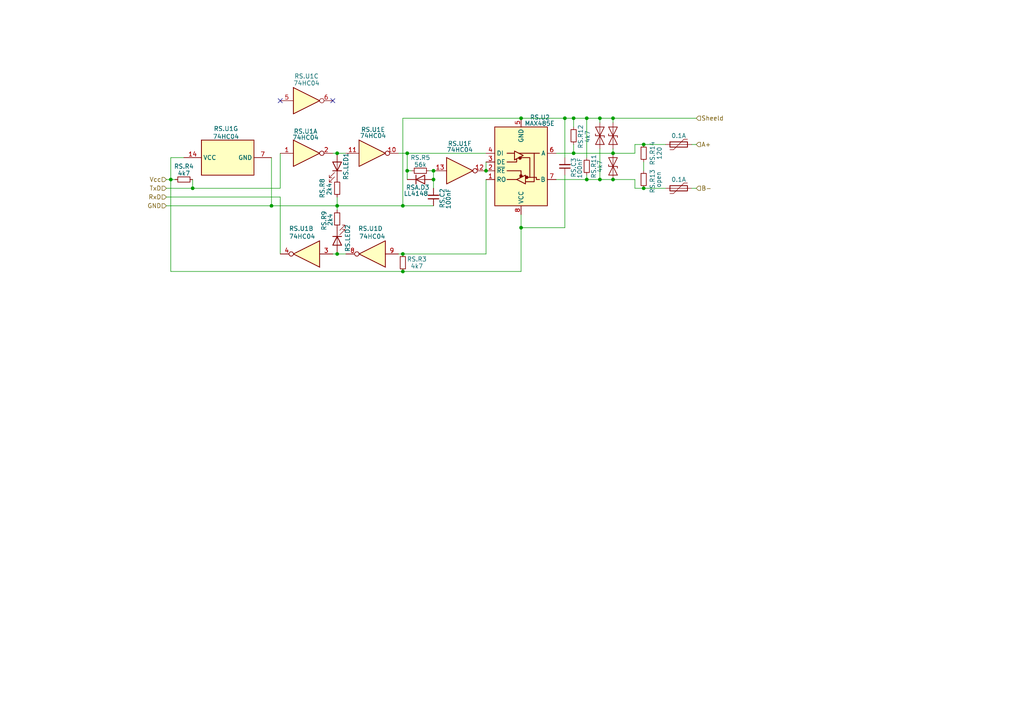
<source format=kicad_sch>
(kicad_sch
	(version 20231120)
	(generator "eeschema")
	(generator_version "8.0")
	(uuid "7e1224c9-c2e7-46b8-b815-1999155d448f")
	(paper "A4")
	(lib_symbols
		(symbol "74xx:74HC04"
			(exclude_from_sim no)
			(in_bom yes)
			(on_board yes)
			(property "Reference" "U"
				(at 0 1.27 0)
				(effects
					(font
						(size 1.27 1.27)
					)
				)
			)
			(property "Value" "74HC04"
				(at 0 -1.27 0)
				(effects
					(font
						(size 1.27 1.27)
					)
				)
			)
			(property "Footprint" ""
				(at 0 0 0)
				(effects
					(font
						(size 1.27 1.27)
					)
					(hide yes)
				)
			)
			(property "Datasheet" "https://assets.nexperia.com/documents/data-sheet/74HC_HCT04.pdf"
				(at 0 0 0)
				(effects
					(font
						(size 1.27 1.27)
					)
					(hide yes)
				)
			)
			(property "Description" "Hex Inverter"
				(at 0 0 0)
				(effects
					(font
						(size 1.27 1.27)
					)
					(hide yes)
				)
			)
			(property "ki_locked" ""
				(at 0 0 0)
				(effects
					(font
						(size 1.27 1.27)
					)
				)
			)
			(property "ki_keywords" "HCMOS not inv"
				(at 0 0 0)
				(effects
					(font
						(size 1.27 1.27)
					)
					(hide yes)
				)
			)
			(property "ki_fp_filters" "DIP*W7.62mm* SSOP?14* TSSOP?14*"
				(at 0 0 0)
				(effects
					(font
						(size 1.27 1.27)
					)
					(hide yes)
				)
			)
			(symbol "74HC04_1_0"
				(polyline
					(pts
						(xy -3.81 3.81) (xy -3.81 -3.81) (xy 3.81 0) (xy -3.81 3.81)
					)
					(stroke
						(width 0.254)
						(type default)
					)
					(fill
						(type background)
					)
				)
				(pin input line
					(at -7.62 0 0)
					(length 3.81)
					(name "~"
						(effects
							(font
								(size 1.27 1.27)
							)
						)
					)
					(number "1"
						(effects
							(font
								(size 1.27 1.27)
							)
						)
					)
				)
				(pin output inverted
					(at 7.62 0 180)
					(length 3.81)
					(name "~"
						(effects
							(font
								(size 1.27 1.27)
							)
						)
					)
					(number "2"
						(effects
							(font
								(size 1.27 1.27)
							)
						)
					)
				)
			)
			(symbol "74HC04_2_0"
				(polyline
					(pts
						(xy -3.81 3.81) (xy -3.81 -3.81) (xy 3.81 0) (xy -3.81 3.81)
					)
					(stroke
						(width 0.254)
						(type default)
					)
					(fill
						(type background)
					)
				)
				(pin input line
					(at -7.62 0 0)
					(length 3.81)
					(name "~"
						(effects
							(font
								(size 1.27 1.27)
							)
						)
					)
					(number "3"
						(effects
							(font
								(size 1.27 1.27)
							)
						)
					)
				)
				(pin output inverted
					(at 7.62 0 180)
					(length 3.81)
					(name "~"
						(effects
							(font
								(size 1.27 1.27)
							)
						)
					)
					(number "4"
						(effects
							(font
								(size 1.27 1.27)
							)
						)
					)
				)
			)
			(symbol "74HC04_3_0"
				(polyline
					(pts
						(xy -3.81 3.81) (xy -3.81 -3.81) (xy 3.81 0) (xy -3.81 3.81)
					)
					(stroke
						(width 0.254)
						(type default)
					)
					(fill
						(type background)
					)
				)
				(pin input line
					(at -7.62 0 0)
					(length 3.81)
					(name "~"
						(effects
							(font
								(size 1.27 1.27)
							)
						)
					)
					(number "5"
						(effects
							(font
								(size 1.27 1.27)
							)
						)
					)
				)
				(pin output inverted
					(at 7.62 0 180)
					(length 3.81)
					(name "~"
						(effects
							(font
								(size 1.27 1.27)
							)
						)
					)
					(number "6"
						(effects
							(font
								(size 1.27 1.27)
							)
						)
					)
				)
			)
			(symbol "74HC04_4_0"
				(polyline
					(pts
						(xy -3.81 3.81) (xy -3.81 -3.81) (xy 3.81 0) (xy -3.81 3.81)
					)
					(stroke
						(width 0.254)
						(type default)
					)
					(fill
						(type background)
					)
				)
				(pin output inverted
					(at 7.62 0 180)
					(length 3.81)
					(name "~"
						(effects
							(font
								(size 1.27 1.27)
							)
						)
					)
					(number "8"
						(effects
							(font
								(size 1.27 1.27)
							)
						)
					)
				)
				(pin input line
					(at -7.62 0 0)
					(length 3.81)
					(name "~"
						(effects
							(font
								(size 1.27 1.27)
							)
						)
					)
					(number "9"
						(effects
							(font
								(size 1.27 1.27)
							)
						)
					)
				)
			)
			(symbol "74HC04_5_0"
				(polyline
					(pts
						(xy -3.81 3.81) (xy -3.81 -3.81) (xy 3.81 0) (xy -3.81 3.81)
					)
					(stroke
						(width 0.254)
						(type default)
					)
					(fill
						(type background)
					)
				)
				(pin output inverted
					(at 7.62 0 180)
					(length 3.81)
					(name "~"
						(effects
							(font
								(size 1.27 1.27)
							)
						)
					)
					(number "10"
						(effects
							(font
								(size 1.27 1.27)
							)
						)
					)
				)
				(pin input line
					(at -7.62 0 0)
					(length 3.81)
					(name "~"
						(effects
							(font
								(size 1.27 1.27)
							)
						)
					)
					(number "11"
						(effects
							(font
								(size 1.27 1.27)
							)
						)
					)
				)
			)
			(symbol "74HC04_6_0"
				(polyline
					(pts
						(xy -3.81 3.81) (xy -3.81 -3.81) (xy 3.81 0) (xy -3.81 3.81)
					)
					(stroke
						(width 0.254)
						(type default)
					)
					(fill
						(type background)
					)
				)
				(pin output inverted
					(at 7.62 0 180)
					(length 3.81)
					(name "~"
						(effects
							(font
								(size 1.27 1.27)
							)
						)
					)
					(number "12"
						(effects
							(font
								(size 1.27 1.27)
							)
						)
					)
				)
				(pin input line
					(at -7.62 0 0)
					(length 3.81)
					(name "~"
						(effects
							(font
								(size 1.27 1.27)
							)
						)
					)
					(number "13"
						(effects
							(font
								(size 1.27 1.27)
							)
						)
					)
				)
			)
			(symbol "74HC04_7_0"
				(pin power_in line
					(at 0 12.7 270)
					(length 5.08)
					(name "VCC"
						(effects
							(font
								(size 1.27 1.27)
							)
						)
					)
					(number "14"
						(effects
							(font
								(size 1.27 1.27)
							)
						)
					)
				)
				(pin power_in line
					(at 0 -12.7 90)
					(length 5.08)
					(name "GND"
						(effects
							(font
								(size 1.27 1.27)
							)
						)
					)
					(number "7"
						(effects
							(font
								(size 1.27 1.27)
							)
						)
					)
				)
			)
			(symbol "74HC04_7_1"
				(rectangle
					(start -5.08 7.62)
					(end 5.08 -7.62)
					(stroke
						(width 0.254)
						(type default)
					)
					(fill
						(type background)
					)
				)
			)
		)
		(symbol "Device:C_Small"
			(pin_numbers hide)
			(pin_names
				(offset 0.254) hide)
			(exclude_from_sim no)
			(in_bom yes)
			(on_board yes)
			(property "Reference" "C"
				(at 0.254 1.778 0)
				(effects
					(font
						(size 1.27 1.27)
					)
					(justify left)
				)
			)
			(property "Value" "C_Small"
				(at 0.254 -2.032 0)
				(effects
					(font
						(size 1.27 1.27)
					)
					(justify left)
				)
			)
			(property "Footprint" ""
				(at 0 0 0)
				(effects
					(font
						(size 1.27 1.27)
					)
					(hide yes)
				)
			)
			(property "Datasheet" "~"
				(at 0 0 0)
				(effects
					(font
						(size 1.27 1.27)
					)
					(hide yes)
				)
			)
			(property "Description" "Unpolarized capacitor, small symbol"
				(at 0 0 0)
				(effects
					(font
						(size 1.27 1.27)
					)
					(hide yes)
				)
			)
			(property "ki_keywords" "capacitor cap"
				(at 0 0 0)
				(effects
					(font
						(size 1.27 1.27)
					)
					(hide yes)
				)
			)
			(property "ki_fp_filters" "C_*"
				(at 0 0 0)
				(effects
					(font
						(size 1.27 1.27)
					)
					(hide yes)
				)
			)
			(symbol "C_Small_0_1"
				(polyline
					(pts
						(xy -1.524 -0.508) (xy 1.524 -0.508)
					)
					(stroke
						(width 0.3302)
						(type default)
					)
					(fill
						(type none)
					)
				)
				(polyline
					(pts
						(xy -1.524 0.508) (xy 1.524 0.508)
					)
					(stroke
						(width 0.3048)
						(type default)
					)
					(fill
						(type none)
					)
				)
			)
			(symbol "C_Small_1_1"
				(pin passive line
					(at 0 2.54 270)
					(length 2.032)
					(name "~"
						(effects
							(font
								(size 1.27 1.27)
							)
						)
					)
					(number "1"
						(effects
							(font
								(size 1.27 1.27)
							)
						)
					)
				)
				(pin passive line
					(at 0 -2.54 90)
					(length 2.032)
					(name "~"
						(effects
							(font
								(size 1.27 1.27)
							)
						)
					)
					(number "2"
						(effects
							(font
								(size 1.27 1.27)
							)
						)
					)
				)
			)
		)
		(symbol "Device:LED"
			(pin_numbers hide)
			(pin_names
				(offset 1.016) hide)
			(exclude_from_sim no)
			(in_bom yes)
			(on_board yes)
			(property "Reference" "D"
				(at 0 2.54 0)
				(effects
					(font
						(size 1.27 1.27)
					)
				)
			)
			(property "Value" "LED"
				(at 0 -2.54 0)
				(effects
					(font
						(size 1.27 1.27)
					)
				)
			)
			(property "Footprint" ""
				(at 0 0 0)
				(effects
					(font
						(size 1.27 1.27)
					)
					(hide yes)
				)
			)
			(property "Datasheet" "~"
				(at 0 0 0)
				(effects
					(font
						(size 1.27 1.27)
					)
					(hide yes)
				)
			)
			(property "Description" "Light emitting diode"
				(at 0 0 0)
				(effects
					(font
						(size 1.27 1.27)
					)
					(hide yes)
				)
			)
			(property "ki_keywords" "LED diode"
				(at 0 0 0)
				(effects
					(font
						(size 1.27 1.27)
					)
					(hide yes)
				)
			)
			(property "ki_fp_filters" "LED* LED_SMD:* LED_THT:*"
				(at 0 0 0)
				(effects
					(font
						(size 1.27 1.27)
					)
					(hide yes)
				)
			)
			(symbol "LED_0_1"
				(polyline
					(pts
						(xy -1.27 -1.27) (xy -1.27 1.27)
					)
					(stroke
						(width 0.254)
						(type default)
					)
					(fill
						(type none)
					)
				)
				(polyline
					(pts
						(xy -1.27 0) (xy 1.27 0)
					)
					(stroke
						(width 0)
						(type default)
					)
					(fill
						(type none)
					)
				)
				(polyline
					(pts
						(xy 1.27 -1.27) (xy 1.27 1.27) (xy -1.27 0) (xy 1.27 -1.27)
					)
					(stroke
						(width 0.254)
						(type default)
					)
					(fill
						(type none)
					)
				)
				(polyline
					(pts
						(xy -3.048 -0.762) (xy -4.572 -2.286) (xy -3.81 -2.286) (xy -4.572 -2.286) (xy -4.572 -1.524)
					)
					(stroke
						(width 0)
						(type default)
					)
					(fill
						(type none)
					)
				)
				(polyline
					(pts
						(xy -1.778 -0.762) (xy -3.302 -2.286) (xy -2.54 -2.286) (xy -3.302 -2.286) (xy -3.302 -1.524)
					)
					(stroke
						(width 0)
						(type default)
					)
					(fill
						(type none)
					)
				)
			)
			(symbol "LED_1_1"
				(pin passive line
					(at -3.81 0 0)
					(length 2.54)
					(name "K"
						(effects
							(font
								(size 1.27 1.27)
							)
						)
					)
					(number "1"
						(effects
							(font
								(size 1.27 1.27)
							)
						)
					)
				)
				(pin passive line
					(at 3.81 0 180)
					(length 2.54)
					(name "A"
						(effects
							(font
								(size 1.27 1.27)
							)
						)
					)
					(number "2"
						(effects
							(font
								(size 1.27 1.27)
							)
						)
					)
				)
			)
		)
		(symbol "Device:Polyfuse"
			(pin_numbers hide)
			(pin_names
				(offset 0)
			)
			(exclude_from_sim no)
			(in_bom yes)
			(on_board yes)
			(property "Reference" "F"
				(at -2.54 0 90)
				(effects
					(font
						(size 1.27 1.27)
					)
				)
			)
			(property "Value" "Polyfuse"
				(at 2.54 0 90)
				(effects
					(font
						(size 1.27 1.27)
					)
				)
			)
			(property "Footprint" ""
				(at 1.27 -5.08 0)
				(effects
					(font
						(size 1.27 1.27)
					)
					(justify left)
					(hide yes)
				)
			)
			(property "Datasheet" "~"
				(at 0 0 0)
				(effects
					(font
						(size 1.27 1.27)
					)
					(hide yes)
				)
			)
			(property "Description" "Resettable fuse, polymeric positive temperature coefficient"
				(at 0 0 0)
				(effects
					(font
						(size 1.27 1.27)
					)
					(hide yes)
				)
			)
			(property "ki_keywords" "resettable fuse PTC PPTC polyfuse polyswitch"
				(at 0 0 0)
				(effects
					(font
						(size 1.27 1.27)
					)
					(hide yes)
				)
			)
			(property "ki_fp_filters" "*polyfuse* *PTC*"
				(at 0 0 0)
				(effects
					(font
						(size 1.27 1.27)
					)
					(hide yes)
				)
			)
			(symbol "Polyfuse_0_1"
				(rectangle
					(start -0.762 2.54)
					(end 0.762 -2.54)
					(stroke
						(width 0.254)
						(type default)
					)
					(fill
						(type none)
					)
				)
				(polyline
					(pts
						(xy 0 2.54) (xy 0 -2.54)
					)
					(stroke
						(width 0)
						(type default)
					)
					(fill
						(type none)
					)
				)
				(polyline
					(pts
						(xy -1.524 2.54) (xy -1.524 1.524) (xy 1.524 -1.524) (xy 1.524 -2.54)
					)
					(stroke
						(width 0)
						(type default)
					)
					(fill
						(type none)
					)
				)
			)
			(symbol "Polyfuse_1_1"
				(pin passive line
					(at 0 3.81 270)
					(length 1.27)
					(name "~"
						(effects
							(font
								(size 1.27 1.27)
							)
						)
					)
					(number "1"
						(effects
							(font
								(size 1.27 1.27)
							)
						)
					)
				)
				(pin passive line
					(at 0 -3.81 90)
					(length 1.27)
					(name "~"
						(effects
							(font
								(size 1.27 1.27)
							)
						)
					)
					(number "2"
						(effects
							(font
								(size 1.27 1.27)
							)
						)
					)
				)
			)
		)
		(symbol "Device:R_Small"
			(pin_numbers hide)
			(pin_names
				(offset 0.254) hide)
			(exclude_from_sim no)
			(in_bom yes)
			(on_board yes)
			(property "Reference" "R"
				(at 0.762 0.508 0)
				(effects
					(font
						(size 1.27 1.27)
					)
					(justify left)
				)
			)
			(property "Value" "R_Small"
				(at 0.762 -1.016 0)
				(effects
					(font
						(size 1.27 1.27)
					)
					(justify left)
				)
			)
			(property "Footprint" ""
				(at 0 0 0)
				(effects
					(font
						(size 1.27 1.27)
					)
					(hide yes)
				)
			)
			(property "Datasheet" "~"
				(at 0 0 0)
				(effects
					(font
						(size 1.27 1.27)
					)
					(hide yes)
				)
			)
			(property "Description" "Resistor, small symbol"
				(at 0 0 0)
				(effects
					(font
						(size 1.27 1.27)
					)
					(hide yes)
				)
			)
			(property "ki_keywords" "R resistor"
				(at 0 0 0)
				(effects
					(font
						(size 1.27 1.27)
					)
					(hide yes)
				)
			)
			(property "ki_fp_filters" "R_*"
				(at 0 0 0)
				(effects
					(font
						(size 1.27 1.27)
					)
					(hide yes)
				)
			)
			(symbol "R_Small_0_1"
				(rectangle
					(start -0.762 1.778)
					(end 0.762 -1.778)
					(stroke
						(width 0.2032)
						(type default)
					)
					(fill
						(type none)
					)
				)
			)
			(symbol "R_Small_1_1"
				(pin passive line
					(at 0 2.54 270)
					(length 0.762)
					(name "~"
						(effects
							(font
								(size 1.27 1.27)
							)
						)
					)
					(number "1"
						(effects
							(font
								(size 1.27 1.27)
							)
						)
					)
				)
				(pin passive line
					(at 0 -2.54 90)
					(length 0.762)
					(name "~"
						(effects
							(font
								(size 1.27 1.27)
							)
						)
					)
					(number "2"
						(effects
							(font
								(size 1.27 1.27)
							)
						)
					)
				)
			)
		)
		(symbol "Diode:LL4148"
			(pin_numbers hide)
			(pin_names hide)
			(exclude_from_sim no)
			(in_bom yes)
			(on_board yes)
			(property "Reference" "D"
				(at 0 2.54 0)
				(effects
					(font
						(size 1.27 1.27)
					)
				)
			)
			(property "Value" "LL4148"
				(at 0 -2.54 0)
				(effects
					(font
						(size 1.27 1.27)
					)
				)
			)
			(property "Footprint" "Diode_SMD:D_MiniMELF"
				(at 0 -4.445 0)
				(effects
					(font
						(size 1.27 1.27)
					)
					(hide yes)
				)
			)
			(property "Datasheet" "http://www.vishay.com/docs/85557/ll4148.pdf"
				(at 0 0 0)
				(effects
					(font
						(size 1.27 1.27)
					)
					(hide yes)
				)
			)
			(property "Description" "100V 0.15A standard switching diode, MiniMELF"
				(at 0 0 0)
				(effects
					(font
						(size 1.27 1.27)
					)
					(hide yes)
				)
			)
			(property "Sim.Device" "D"
				(at 0 0 0)
				(effects
					(font
						(size 1.27 1.27)
					)
					(hide yes)
				)
			)
			(property "Sim.Pins" "1=K 2=A"
				(at 0 0 0)
				(effects
					(font
						(size 1.27 1.27)
					)
					(hide yes)
				)
			)
			(property "ki_keywords" "diode"
				(at 0 0 0)
				(effects
					(font
						(size 1.27 1.27)
					)
					(hide yes)
				)
			)
			(property "ki_fp_filters" "D*MiniMELF*"
				(at 0 0 0)
				(effects
					(font
						(size 1.27 1.27)
					)
					(hide yes)
				)
			)
			(symbol "LL4148_0_1"
				(polyline
					(pts
						(xy -1.27 1.27) (xy -1.27 -1.27)
					)
					(stroke
						(width 0.254)
						(type default)
					)
					(fill
						(type none)
					)
				)
				(polyline
					(pts
						(xy 1.27 0) (xy -1.27 0)
					)
					(stroke
						(width 0)
						(type default)
					)
					(fill
						(type none)
					)
				)
				(polyline
					(pts
						(xy 1.27 1.27) (xy 1.27 -1.27) (xy -1.27 0) (xy 1.27 1.27)
					)
					(stroke
						(width 0.254)
						(type default)
					)
					(fill
						(type none)
					)
				)
			)
			(symbol "LL4148_1_1"
				(pin passive line
					(at -3.81 0 0)
					(length 2.54)
					(name "K"
						(effects
							(font
								(size 1.27 1.27)
							)
						)
					)
					(number "1"
						(effects
							(font
								(size 1.27 1.27)
							)
						)
					)
				)
				(pin passive line
					(at 3.81 0 180)
					(length 2.54)
					(name "A"
						(effects
							(font
								(size 1.27 1.27)
							)
						)
					)
					(number "2"
						(effects
							(font
								(size 1.27 1.27)
							)
						)
					)
				)
			)
		)
		(symbol "Diode:SD12_SOD323"
			(pin_numbers hide)
			(pin_names
				(offset 1.016) hide)
			(exclude_from_sim no)
			(in_bom yes)
			(on_board yes)
			(property "Reference" "D"
				(at 0 2.54 0)
				(effects
					(font
						(size 1.27 1.27)
					)
				)
			)
			(property "Value" "SD12_SOD323"
				(at 0 -2.54 0)
				(effects
					(font
						(size 1.27 1.27)
					)
				)
			)
			(property "Footprint" "Diode_SMD:D_SOD-323"
				(at 0 -5.08 0)
				(effects
					(font
						(size 1.27 1.27)
					)
					(hide yes)
				)
			)
			(property "Datasheet" "https://www.littelfuse.com/~/media/electronics/datasheets/tvs_diode_arrays/littelfuse_tvs_diode_array_sd_c_datasheet.pdf.pdf"
				(at 0 0 0)
				(effects
					(font
						(size 1.27 1.27)
					)
					(hide yes)
				)
			)
			(property "Description" "12V, 450W Discrete Bidirectional TVS Diode, SOD-323"
				(at 0 0 0)
				(effects
					(font
						(size 1.27 1.27)
					)
					(hide yes)
				)
			)
			(property "ki_keywords" "transient voltage suppressor thyrector transil"
				(at 0 0 0)
				(effects
					(font
						(size 1.27 1.27)
					)
					(hide yes)
				)
			)
			(property "ki_fp_filters" "D?SOD?323*"
				(at 0 0 0)
				(effects
					(font
						(size 1.27 1.27)
					)
					(hide yes)
				)
			)
			(symbol "SD12_SOD323_0_1"
				(polyline
					(pts
						(xy 1.27 0) (xy -1.27 0)
					)
					(stroke
						(width 0)
						(type default)
					)
					(fill
						(type none)
					)
				)
				(polyline
					(pts
						(xy -2.54 -1.27) (xy 0 0) (xy -2.54 1.27) (xy -2.54 -1.27)
					)
					(stroke
						(width 0.2032)
						(type default)
					)
					(fill
						(type none)
					)
				)
				(polyline
					(pts
						(xy 0.508 1.27) (xy 0 1.27) (xy 0 -1.27) (xy -0.508 -1.27)
					)
					(stroke
						(width 0.2032)
						(type default)
					)
					(fill
						(type none)
					)
				)
				(polyline
					(pts
						(xy 2.54 1.27) (xy 2.54 -1.27) (xy 0 0) (xy 2.54 1.27)
					)
					(stroke
						(width 0.2032)
						(type default)
					)
					(fill
						(type none)
					)
				)
			)
			(symbol "SD12_SOD323_1_1"
				(pin passive line
					(at -3.81 0 0)
					(length 2.54)
					(name "A1"
						(effects
							(font
								(size 1.27 1.27)
							)
						)
					)
					(number "1"
						(effects
							(font
								(size 1.27 1.27)
							)
						)
					)
				)
				(pin passive line
					(at 3.81 0 180)
					(length 2.54)
					(name "A2"
						(effects
							(font
								(size 1.27 1.27)
							)
						)
					)
					(number "2"
						(effects
							(font
								(size 1.27 1.27)
							)
						)
					)
				)
			)
		)
		(symbol "Interface_UART:MAX485E"
			(exclude_from_sim no)
			(in_bom yes)
			(on_board yes)
			(property "Reference" "U"
				(at -6.096 11.43 0)
				(effects
					(font
						(size 1.27 1.27)
					)
				)
			)
			(property "Value" "MAX485E"
				(at 0.762 11.43 0)
				(effects
					(font
						(size 1.27 1.27)
					)
					(justify left)
				)
			)
			(property "Footprint" ""
				(at 0 -17.78 0)
				(effects
					(font
						(size 1.27 1.27)
					)
					(hide yes)
				)
			)
			(property "Datasheet" "https://datasheets.maximintegrated.com/en/ds/MAX1487E-MAX491E.pdf"
				(at 0 1.27 0)
				(effects
					(font
						(size 1.27 1.27)
					)
					(hide yes)
				)
			)
			(property "Description" "Half duplex RS-485/RS-422, 2.5 Mbps, ±15kV electro-static discharge (ESD) protection, no slew-rate, no low-power shutdown, with receiver/driver enable, 32 receiver drive capability, DIP-8 and SOIC-8"
				(at 0 0 0)
				(effects
					(font
						(size 1.27 1.27)
					)
					(hide yes)
				)
			)
			(property "ki_keywords" "transceiver"
				(at 0 0 0)
				(effects
					(font
						(size 1.27 1.27)
					)
					(hide yes)
				)
			)
			(property "ki_fp_filters" "DIP*W7.62mm* SOIC*3.9x4.9mm*P1.27mm*"
				(at 0 0 0)
				(effects
					(font
						(size 1.27 1.27)
					)
					(hide yes)
				)
			)
			(symbol "MAX485E_0_1"
				(rectangle
					(start -7.62 10.16)
					(end 7.62 -12.7)
					(stroke
						(width 0.254)
						(type default)
					)
					(fill
						(type background)
					)
				)
				(circle
					(center -0.3048 -3.683)
					(radius 0.3556)
					(stroke
						(width 0.254)
						(type default)
					)
					(fill
						(type outline)
					)
				)
				(circle
					(center -0.0254 1.4986)
					(radius 0.3556)
					(stroke
						(width 0.254)
						(type default)
					)
					(fill
						(type outline)
					)
				)
				(polyline
					(pts
						(xy -4.064 -5.08) (xy -1.905 -5.08)
					)
					(stroke
						(width 0.254)
						(type default)
					)
					(fill
						(type none)
					)
				)
				(polyline
					(pts
						(xy -4.064 2.54) (xy -1.27 2.54)
					)
					(stroke
						(width 0.254)
						(type default)
					)
					(fill
						(type none)
					)
				)
				(polyline
					(pts
						(xy -1.27 -3.2004) (xy -1.27 -3.4544)
					)
					(stroke
						(width 0.254)
						(type default)
					)
					(fill
						(type none)
					)
				)
				(polyline
					(pts
						(xy -0.635 -5.08) (xy 5.334 -5.08)
					)
					(stroke
						(width 0.254)
						(type default)
					)
					(fill
						(type none)
					)
				)
				(polyline
					(pts
						(xy -4.064 -2.54) (xy -1.27 -2.54) (xy -1.27 -3.175)
					)
					(stroke
						(width 0.254)
						(type default)
					)
					(fill
						(type none)
					)
				)
				(polyline
					(pts
						(xy 0 1.27) (xy 0 0) (xy -4.064 0)
					)
					(stroke
						(width 0.254)
						(type default)
					)
					(fill
						(type none)
					)
				)
				(polyline
					(pts
						(xy 1.27 3.175) (xy 3.81 3.175) (xy 3.81 -5.08)
					)
					(stroke
						(width 0.254)
						(type default)
					)
					(fill
						(type none)
					)
				)
				(polyline
					(pts
						(xy 2.54 1.905) (xy 2.54 -3.81) (xy 0 -3.81)
					)
					(stroke
						(width 0.254)
						(type default)
					)
					(fill
						(type none)
					)
				)
				(polyline
					(pts
						(xy -1.905 -3.175) (xy -1.905 -5.715) (xy 0.635 -4.445) (xy -1.905 -3.175)
					)
					(stroke
						(width 0.254)
						(type default)
					)
					(fill
						(type none)
					)
				)
				(polyline
					(pts
						(xy -1.27 2.54) (xy 1.27 3.81) (xy 1.27 1.27) (xy -1.27 2.54)
					)
					(stroke
						(width 0.254)
						(type default)
					)
					(fill
						(type none)
					)
				)
				(polyline
					(pts
						(xy 1.905 1.905) (xy 4.445 1.905) (xy 4.445 2.54) (xy 5.334 2.54)
					)
					(stroke
						(width 0.254)
						(type default)
					)
					(fill
						(type none)
					)
				)
				(rectangle
					(start 1.27 3.175)
					(end 1.27 3.175)
					(stroke
						(width 0)
						(type default)
					)
					(fill
						(type none)
					)
				)
				(circle
					(center 1.651 1.905)
					(radius 0.3556)
					(stroke
						(width 0.254)
						(type default)
					)
					(fill
						(type outline)
					)
				)
			)
			(symbol "MAX485E_1_1"
				(pin output line
					(at -10.16 2.54 0)
					(length 2.54)
					(name "RO"
						(effects
							(font
								(size 1.27 1.27)
							)
						)
					)
					(number "1"
						(effects
							(font
								(size 1.27 1.27)
							)
						)
					)
				)
				(pin input line
					(at -10.16 0 0)
					(length 2.54)
					(name "~{RE}"
						(effects
							(font
								(size 1.27 1.27)
							)
						)
					)
					(number "2"
						(effects
							(font
								(size 1.27 1.27)
							)
						)
					)
				)
				(pin input line
					(at -10.16 -2.54 0)
					(length 2.54)
					(name "DE"
						(effects
							(font
								(size 1.27 1.27)
							)
						)
					)
					(number "3"
						(effects
							(font
								(size 1.27 1.27)
							)
						)
					)
				)
				(pin input line
					(at -10.16 -5.08 0)
					(length 2.54)
					(name "DI"
						(effects
							(font
								(size 1.27 1.27)
							)
						)
					)
					(number "4"
						(effects
							(font
								(size 1.27 1.27)
							)
						)
					)
				)
				(pin power_in line
					(at 0 -15.24 90)
					(length 2.54)
					(name "GND"
						(effects
							(font
								(size 1.27 1.27)
							)
						)
					)
					(number "5"
						(effects
							(font
								(size 1.27 1.27)
							)
						)
					)
				)
				(pin bidirectional line
					(at 10.16 -5.08 180)
					(length 2.54)
					(name "A"
						(effects
							(font
								(size 1.27 1.27)
							)
						)
					)
					(number "6"
						(effects
							(font
								(size 1.27 1.27)
							)
						)
					)
				)
				(pin bidirectional line
					(at 10.16 2.54 180)
					(length 2.54)
					(name "B"
						(effects
							(font
								(size 1.27 1.27)
							)
						)
					)
					(number "7"
						(effects
							(font
								(size 1.27 1.27)
							)
						)
					)
				)
				(pin power_in line
					(at 0 12.7 270)
					(length 2.54)
					(name "VCC"
						(effects
							(font
								(size 1.27 1.27)
							)
						)
					)
					(number "8"
						(effects
							(font
								(size 1.27 1.27)
							)
						)
					)
				)
			)
		)
	)
	(junction
		(at 116.84 59.69)
		(diameter 0)
		(color 0 0 0 0)
		(uuid "0d524113-2a4b-4cf4-882d-e5544f986b9e")
	)
	(junction
		(at 140.97 49.53)
		(diameter 0)
		(color 0 0 0 0)
		(uuid "10480f8d-9efd-4b19-89c8-d28f4faa7560")
	)
	(junction
		(at 125.73 52.07)
		(diameter 0)
		(color 0 0 0 0)
		(uuid "18aeb2ce-2b04-451b-b0b9-5743aec20483")
	)
	(junction
		(at 151.13 66.04)
		(diameter 0)
		(color 0 0 0 0)
		(uuid "200254cc-b883-4eba-b49b-e8dc22c12086")
	)
	(junction
		(at 97.79 59.69)
		(diameter 0)
		(color 0 0 0 0)
		(uuid "2c84a1e7-754a-4e7c-8ad7-8cab3039a467")
	)
	(junction
		(at 166.37 34.29)
		(diameter 0)
		(color 0 0 0 0)
		(uuid "3f960869-59a2-48aa-a6e3-0a4dbac12428")
	)
	(junction
		(at 151.13 34.29)
		(diameter 0)
		(color 0 0 0 0)
		(uuid "42083023-cfe7-4696-be25-fddbef7fc067")
	)
	(junction
		(at 186.69 41.91)
		(diameter 0)
		(color 0 0 0 0)
		(uuid "44c9e863-7450-4d70-b898-873514ac997b")
	)
	(junction
		(at 166.37 44.45)
		(diameter 0)
		(color 0 0 0 0)
		(uuid "5a8aff0b-169d-4a43-ba3c-550a28566230")
	)
	(junction
		(at 170.18 34.29)
		(diameter 0)
		(color 0 0 0 0)
		(uuid "70a7f0f4-2a14-462c-a929-d80de2d9d56d")
	)
	(junction
		(at 170.18 52.07)
		(diameter 0)
		(color 0 0 0 0)
		(uuid "8016f17c-7a56-4541-b183-222da1acb41e")
	)
	(junction
		(at 49.53 52.07)
		(diameter 0)
		(color 0 0 0 0)
		(uuid "86f4a6f7-5ecf-4b8c-98fb-9ab0d3ec17b8")
	)
	(junction
		(at 173.99 52.07)
		(diameter 0)
		(color 0 0 0 0)
		(uuid "8ed3e920-4cc8-4293-81d1-99d8d14dcb76")
	)
	(junction
		(at 173.99 34.29)
		(diameter 0)
		(color 0 0 0 0)
		(uuid "969f1aa6-132b-49ff-8705-2cda94fad114")
	)
	(junction
		(at 118.11 49.53)
		(diameter 0)
		(color 0 0 0 0)
		(uuid "a2850a4a-a9aa-4549-b49d-2f24df6389dd")
	)
	(junction
		(at 97.79 73.66)
		(diameter 0)
		(color 0 0 0 0)
		(uuid "aa3b5992-b76f-4e32-a940-618fc0c06bfa")
	)
	(junction
		(at 116.84 73.66)
		(diameter 0)
		(color 0 0 0 0)
		(uuid "aaece3dc-26b2-4d40-8dce-f27a19a32e87")
	)
	(junction
		(at 177.8 34.29)
		(diameter 0)
		(color 0 0 0 0)
		(uuid "b0a564bb-60fd-4458-8a02-6b466cb8c572")
	)
	(junction
		(at 97.79 44.45)
		(diameter 0)
		(color 0 0 0 0)
		(uuid "bcfd537a-f6c3-447a-94ed-9a4c03649b07")
	)
	(junction
		(at 163.83 34.29)
		(diameter 0)
		(color 0 0 0 0)
		(uuid "c71bce88-2a6e-4e23-b79c-8b9ed6ae6078")
	)
	(junction
		(at 55.88 54.61)
		(diameter 0)
		(color 0 0 0 0)
		(uuid "d4224a7a-5520-467f-99f1-424ebf1f7cef")
	)
	(junction
		(at 118.11 44.45)
		(diameter 0)
		(color 0 0 0 0)
		(uuid "d96e6e87-2d65-429d-ba31-89712ec0bd7c")
	)
	(junction
		(at 78.74 59.69)
		(diameter 0)
		(color 0 0 0 0)
		(uuid "dbbb46a2-7475-4e54-80c3-8c6353192c7e")
	)
	(junction
		(at 116.84 78.74)
		(diameter 0)
		(color 0 0 0 0)
		(uuid "de0debf7-c981-4347-8af4-fc211e21f65b")
	)
	(junction
		(at 125.73 49.53)
		(diameter 0)
		(color 0 0 0 0)
		(uuid "f0be67c5-53bd-48e2-85c6-59ef9ddf2223")
	)
	(junction
		(at 186.69 54.61)
		(diameter 0)
		(color 0 0 0 0)
		(uuid "f7a46dd3-15dd-414d-880d-c059ba5df8ad")
	)
	(junction
		(at 177.8 44.45)
		(diameter 0)
		(color 0 0 0 0)
		(uuid "fa91a27b-e666-45b8-87ae-85a31ccae02e")
	)
	(junction
		(at 177.8 52.07)
		(diameter 0)
		(color 0 0 0 0)
		(uuid "ff5f543c-ba5d-4f53-8d0b-e42615e8bdc7")
	)
	(no_connect
		(at 81.28 29.21)
		(uuid "47f2b7a6-ebc0-4729-9f46-decb645d7d78")
	)
	(no_connect
		(at 96.52 29.21)
		(uuid "7f4e8541-b460-4841-8ef5-1717c25e9b1b")
	)
	(wire
		(pts
			(xy 151.13 62.23) (xy 151.13 66.04)
		)
		(stroke
			(width 0)
			(type default)
		)
		(uuid "0274c19a-377c-4328-9aa0-bbe1344fe682")
	)
	(wire
		(pts
			(xy 184.15 54.61) (xy 184.15 52.07)
		)
		(stroke
			(width 0)
			(type default)
		)
		(uuid "05d4ba44-ef45-45c1-83d2-a8d22b0415fb")
	)
	(wire
		(pts
			(xy 173.99 43.18) (xy 173.99 52.07)
		)
		(stroke
			(width 0)
			(type default)
		)
		(uuid "0b957f0f-7957-430d-a7b6-aa14c2dbd472")
	)
	(wire
		(pts
			(xy 166.37 34.29) (xy 166.37 36.83)
		)
		(stroke
			(width 0)
			(type default)
		)
		(uuid "0dd48209-fa30-4cb5-a738-d2cd6d2e9df0")
	)
	(wire
		(pts
			(xy 184.15 44.45) (xy 177.8 44.45)
		)
		(stroke
			(width 0)
			(type default)
		)
		(uuid "1023c57b-b348-4cc8-b608-c35fc71d0502")
	)
	(wire
		(pts
			(xy 173.99 34.29) (xy 173.99 35.56)
		)
		(stroke
			(width 0)
			(type default)
		)
		(uuid "1029674b-d8b4-4164-9666-f803ec68a1e5")
	)
	(wire
		(pts
			(xy 200.66 41.91) (xy 201.93 41.91)
		)
		(stroke
			(width 0)
			(type default)
		)
		(uuid "10dbc802-3713-4f88-808f-623de764b693")
	)
	(wire
		(pts
			(xy 97.79 73.66) (xy 100.33 73.66)
		)
		(stroke
			(width 0)
			(type default)
		)
		(uuid "183c023f-e020-44a2-a9e9-bb234ed0a9e3")
	)
	(wire
		(pts
			(xy 170.18 34.29) (xy 166.37 34.29)
		)
		(stroke
			(width 0)
			(type default)
		)
		(uuid "1976897c-288a-4a97-82b0-4d3821bd33a8")
	)
	(wire
		(pts
			(xy 49.53 52.07) (xy 50.8 52.07)
		)
		(stroke
			(width 0)
			(type default)
		)
		(uuid "1a95169d-1d21-4572-a1dc-648c7edb64b2")
	)
	(wire
		(pts
			(xy 170.18 50.8) (xy 170.18 52.07)
		)
		(stroke
			(width 0)
			(type default)
		)
		(uuid "234cd17a-9093-42c4-91eb-93c2bc6bca12")
	)
	(wire
		(pts
			(xy 166.37 44.45) (xy 177.8 44.45)
		)
		(stroke
			(width 0)
			(type default)
		)
		(uuid "29efbdfe-0942-44b9-98ea-2571ea84588e")
	)
	(wire
		(pts
			(xy 140.97 46.99) (xy 140.97 49.53)
		)
		(stroke
			(width 0)
			(type default)
		)
		(uuid "2a4dc03d-1e1c-4b76-8503-471b624b2a5d")
	)
	(wire
		(pts
			(xy 116.84 59.69) (xy 125.73 59.69)
		)
		(stroke
			(width 0)
			(type default)
		)
		(uuid "2cda4e3f-15ae-4a15-973c-ff2f615f3383")
	)
	(wire
		(pts
			(xy 200.66 54.61) (xy 201.93 54.61)
		)
		(stroke
			(width 0)
			(type default)
		)
		(uuid "2e1b6836-6ee3-4ee3-8529-ad08c864fcc4")
	)
	(wire
		(pts
			(xy 48.26 52.07) (xy 49.53 52.07)
		)
		(stroke
			(width 0)
			(type default)
		)
		(uuid "2eed1934-b6d7-4f42-b388-3a5fb92bb616")
	)
	(wire
		(pts
			(xy 97.79 59.69) (xy 116.84 59.69)
		)
		(stroke
			(width 0)
			(type default)
		)
		(uuid "2f27169b-20fc-43c2-a941-bf3c34d54287")
	)
	(wire
		(pts
			(xy 184.15 41.91) (xy 184.15 44.45)
		)
		(stroke
			(width 0)
			(type default)
		)
		(uuid "39e596d8-9106-4dec-8f22-15c0758ab7c7")
	)
	(wire
		(pts
			(xy 48.26 57.15) (xy 81.28 57.15)
		)
		(stroke
			(width 0)
			(type default)
		)
		(uuid "3f7c1f90-f168-49f0-88b6-b7185595fee8")
	)
	(wire
		(pts
			(xy 186.69 41.91) (xy 193.04 41.91)
		)
		(stroke
			(width 0)
			(type default)
		)
		(uuid "41f57804-e860-40c8-9ef2-4a46c3cd0661")
	)
	(wire
		(pts
			(xy 140.97 49.53) (xy 143.51 49.53)
		)
		(stroke
			(width 0)
			(type default)
		)
		(uuid "4272c53b-f365-4a52-afa6-98f95ab1879e")
	)
	(wire
		(pts
			(xy 115.57 73.66) (xy 116.84 73.66)
		)
		(stroke
			(width 0)
			(type default)
		)
		(uuid "45a147f2-7975-42ed-93c3-a9c643726200")
	)
	(wire
		(pts
			(xy 173.99 52.07) (xy 177.8 52.07)
		)
		(stroke
			(width 0)
			(type default)
		)
		(uuid "463e6015-4da8-4753-a204-9b7f87d47fe6")
	)
	(wire
		(pts
			(xy 48.26 54.61) (xy 55.88 54.61)
		)
		(stroke
			(width 0)
			(type default)
		)
		(uuid "489dfae4-857b-40bc-9a3d-3c8f814d8287")
	)
	(wire
		(pts
			(xy 161.29 52.07) (xy 170.18 52.07)
		)
		(stroke
			(width 0)
			(type default)
		)
		(uuid "4ccc8c8f-9232-4444-86ea-46c99a185a10")
	)
	(wire
		(pts
			(xy 177.8 35.56) (xy 177.8 34.29)
		)
		(stroke
			(width 0)
			(type default)
		)
		(uuid "4dff0659-6669-4816-8b25-0f072192b82a")
	)
	(wire
		(pts
			(xy 166.37 41.91) (xy 166.37 44.45)
		)
		(stroke
			(width 0)
			(type default)
		)
		(uuid "5171c118-5662-44d7-882b-de7e24f023f5")
	)
	(wire
		(pts
			(xy 166.37 34.29) (xy 163.83 34.29)
		)
		(stroke
			(width 0)
			(type default)
		)
		(uuid "533ec504-10b7-47a5-976d-3cb824231578")
	)
	(wire
		(pts
			(xy 125.73 49.53) (xy 125.73 52.07)
		)
		(stroke
			(width 0)
			(type default)
		)
		(uuid "54c42983-f625-46bf-b11d-2b4f698b647f")
	)
	(wire
		(pts
			(xy 78.74 59.69) (xy 78.74 45.72)
		)
		(stroke
			(width 0)
			(type default)
		)
		(uuid "5aa3f0e2-34c6-4f9a-8015-1320e592f09b")
	)
	(wire
		(pts
			(xy 119.38 49.53) (xy 118.11 49.53)
		)
		(stroke
			(width 0)
			(type default)
		)
		(uuid "5c99caf4-3140-451b-9a4c-f853d6f0b888")
	)
	(wire
		(pts
			(xy 186.69 41.91) (xy 184.15 41.91)
		)
		(stroke
			(width 0)
			(type default)
		)
		(uuid "650fe552-db01-4a42-8c1f-c86f2b42bfa5")
	)
	(wire
		(pts
			(xy 118.11 44.45) (xy 140.97 44.45)
		)
		(stroke
			(width 0)
			(type default)
		)
		(uuid "6d21c67a-bbca-4e57-b079-f76178d3a5c2")
	)
	(wire
		(pts
			(xy 49.53 45.72) (xy 49.53 52.07)
		)
		(stroke
			(width 0)
			(type default)
		)
		(uuid "6e9357c4-b5be-48fc-886d-2fe85dceb168")
	)
	(wire
		(pts
			(xy 170.18 45.72) (xy 170.18 34.29)
		)
		(stroke
			(width 0)
			(type default)
		)
		(uuid "6fd6fb90-7c40-44b4-b38d-aa5d978733a8")
	)
	(wire
		(pts
			(xy 170.18 52.07) (xy 173.99 52.07)
		)
		(stroke
			(width 0)
			(type default)
		)
		(uuid "70daae8c-8a7e-4df1-8651-ce1624e2c102")
	)
	(wire
		(pts
			(xy 78.74 59.69) (xy 97.79 59.69)
		)
		(stroke
			(width 0)
			(type default)
		)
		(uuid "71517bb2-9f5f-4fb3-9ab3-9173400cfe64")
	)
	(wire
		(pts
			(xy 161.29 44.45) (xy 166.37 44.45)
		)
		(stroke
			(width 0)
			(type default)
		)
		(uuid "749fcfef-8242-4cef-8f9f-2ff3b8361f9c")
	)
	(wire
		(pts
			(xy 186.69 54.61) (xy 184.15 54.61)
		)
		(stroke
			(width 0)
			(type default)
		)
		(uuid "79b9f208-d7ed-434d-afa8-d4ac0e1381cb")
	)
	(wire
		(pts
			(xy 118.11 49.53) (xy 118.11 52.07)
		)
		(stroke
			(width 0)
			(type default)
		)
		(uuid "8ad45bd1-23d0-4bf2-ba21-ab91a134e1a4")
	)
	(wire
		(pts
			(xy 186.69 54.61) (xy 193.04 54.61)
		)
		(stroke
			(width 0)
			(type default)
		)
		(uuid "932da8b0-76c2-46bb-96d3-51ac85888757")
	)
	(wire
		(pts
			(xy 151.13 34.29) (xy 116.84 34.29)
		)
		(stroke
			(width 0)
			(type default)
		)
		(uuid "95bc00fb-fdf8-4ceb-b4b6-fe792f97ebbc")
	)
	(wire
		(pts
			(xy 163.83 66.04) (xy 151.13 66.04)
		)
		(stroke
			(width 0)
			(type default)
		)
		(uuid "973a4995-b2f2-42b4-b692-6f1374447d32")
	)
	(wire
		(pts
			(xy 96.52 44.45) (xy 97.79 44.45)
		)
		(stroke
			(width 0)
			(type default)
		)
		(uuid "9dbb7680-ac71-41c0-8299-5b95685a671d")
	)
	(wire
		(pts
			(xy 151.13 66.04) (xy 151.13 78.74)
		)
		(stroke
			(width 0)
			(type default)
		)
		(uuid "a219ccb0-eb40-4955-9206-69dba7f41046")
	)
	(wire
		(pts
			(xy 125.73 52.07) (xy 125.73 54.61)
		)
		(stroke
			(width 0)
			(type default)
		)
		(uuid "aff58870-94fe-4e5e-a05a-9e991ee17c3d")
	)
	(wire
		(pts
			(xy 177.8 34.29) (xy 201.93 34.29)
		)
		(stroke
			(width 0)
			(type default)
		)
		(uuid "b0388d80-d377-488f-a12b-621db5c8943f")
	)
	(wire
		(pts
			(xy 81.28 73.66) (xy 81.28 57.15)
		)
		(stroke
			(width 0)
			(type default)
		)
		(uuid "bb6594c8-2669-459b-9277-f4dd209ebc00")
	)
	(wire
		(pts
			(xy 124.46 49.53) (xy 125.73 49.53)
		)
		(stroke
			(width 0)
			(type default)
		)
		(uuid "c375de65-b98b-4b16-b2d8-91403483b467")
	)
	(wire
		(pts
			(xy 118.11 44.45) (xy 118.11 49.53)
		)
		(stroke
			(width 0)
			(type default)
		)
		(uuid "c806f205-f433-44cd-9c05-25c3941d0f44")
	)
	(wire
		(pts
			(xy 97.79 57.15) (xy 97.79 59.69)
		)
		(stroke
			(width 0)
			(type default)
		)
		(uuid "c94fe19c-f78f-4035-98f7-a1cb8371895c")
	)
	(wire
		(pts
			(xy 177.8 43.18) (xy 177.8 44.45)
		)
		(stroke
			(width 0)
			(type default)
		)
		(uuid "ca388812-04ce-4755-8ae4-755664a2d297")
	)
	(wire
		(pts
			(xy 140.97 52.07) (xy 140.97 73.66)
		)
		(stroke
			(width 0)
			(type default)
		)
		(uuid "cd476b99-2755-4e42-bcbe-011f74960afe")
	)
	(wire
		(pts
			(xy 163.83 50.8) (xy 163.83 66.04)
		)
		(stroke
			(width 0)
			(type default)
		)
		(uuid "ce83bc2f-deda-4dba-a6fb-efa00e3aca95")
	)
	(wire
		(pts
			(xy 173.99 34.29) (xy 177.8 34.29)
		)
		(stroke
			(width 0)
			(type default)
		)
		(uuid "d057a99d-a335-4087-8b19-d6c66b3c396d")
	)
	(wire
		(pts
			(xy 151.13 78.74) (xy 116.84 78.74)
		)
		(stroke
			(width 0)
			(type default)
		)
		(uuid "d38963ce-6e34-4078-995e-e29734056d86")
	)
	(wire
		(pts
			(xy 96.52 73.66) (xy 97.79 73.66)
		)
		(stroke
			(width 0)
			(type default)
		)
		(uuid "d556c690-4b52-42db-882d-ec62a9dc10d1")
	)
	(wire
		(pts
			(xy 49.53 52.07) (xy 49.53 78.74)
		)
		(stroke
			(width 0)
			(type default)
		)
		(uuid "d861ff1f-1431-4f5e-8e88-835bf26c84cc")
	)
	(wire
		(pts
			(xy 170.18 34.29) (xy 173.99 34.29)
		)
		(stroke
			(width 0)
			(type default)
		)
		(uuid "dea58864-0442-4725-92cb-e1630d17df13")
	)
	(wire
		(pts
			(xy 55.88 52.07) (xy 55.88 54.61)
		)
		(stroke
			(width 0)
			(type default)
		)
		(uuid "e04d71d3-240d-4ecf-987e-b9cbda8929d4")
	)
	(wire
		(pts
			(xy 163.83 34.29) (xy 163.83 45.72)
		)
		(stroke
			(width 0)
			(type default)
		)
		(uuid "e1478071-58c4-427f-8441-d0966ea14995")
	)
	(wire
		(pts
			(xy 163.83 34.29) (xy 151.13 34.29)
		)
		(stroke
			(width 0)
			(type default)
		)
		(uuid "e23e9f5c-e47a-4dfa-abf9-5f6204ca0a01")
	)
	(wire
		(pts
			(xy 116.84 73.66) (xy 140.97 73.66)
		)
		(stroke
			(width 0)
			(type default)
		)
		(uuid "e5548c04-fef5-46de-8da8-0cf3bf6a7fb9")
	)
	(wire
		(pts
			(xy 97.79 59.69) (xy 97.79 60.96)
		)
		(stroke
			(width 0)
			(type default)
		)
		(uuid "e6e5082a-70e7-44f9-82c8-861fad0b7eaa")
	)
	(wire
		(pts
			(xy 116.84 34.29) (xy 116.84 59.69)
		)
		(stroke
			(width 0)
			(type default)
		)
		(uuid "e75593ac-c6ac-46ff-a26c-dcbe08fe0130")
	)
	(wire
		(pts
			(xy 55.88 54.61) (xy 81.28 54.61)
		)
		(stroke
			(width 0)
			(type default)
		)
		(uuid "e9554310-0555-4890-a1fc-fed43c73f8b4")
	)
	(wire
		(pts
			(xy 186.69 46.99) (xy 186.69 49.53)
		)
		(stroke
			(width 0)
			(type default)
		)
		(uuid "ebf2726f-336f-4efe-b30c-4d5db191b199")
	)
	(wire
		(pts
			(xy 53.34 45.72) (xy 49.53 45.72)
		)
		(stroke
			(width 0)
			(type default)
		)
		(uuid "f3fb0aaf-d756-467e-9d6f-6c8933991265")
	)
	(wire
		(pts
			(xy 48.26 59.69) (xy 78.74 59.69)
		)
		(stroke
			(width 0)
			(type default)
		)
		(uuid "f856cec2-fa20-4a63-ba47-873d6f97d6be")
	)
	(wire
		(pts
			(xy 184.15 52.07) (xy 177.8 52.07)
		)
		(stroke
			(width 0)
			(type default)
		)
		(uuid "f8c8b55b-7ffd-4ac3-991c-0862df6d5d4d")
	)
	(wire
		(pts
			(xy 115.57 44.45) (xy 118.11 44.45)
		)
		(stroke
			(width 0)
			(type default)
		)
		(uuid "faf7485c-8067-4206-be39-7015eba17810")
	)
	(wire
		(pts
			(xy 49.53 78.74) (xy 116.84 78.74)
		)
		(stroke
			(width 0)
			(type default)
		)
		(uuid "fba87881-8d81-4de4-8add-f4f2a686829c")
	)
	(wire
		(pts
			(xy 81.28 54.61) (xy 81.28 44.45)
		)
		(stroke
			(width 0)
			(type default)
		)
		(uuid "fefea086-a776-42a1-830d-87e254bdeece")
	)
	(wire
		(pts
			(xy 97.79 44.45) (xy 100.33 44.45)
		)
		(stroke
			(width 0)
			(type default)
		)
		(uuid "ffcaa430-5a9a-4970-9029-40f9fda33c24")
	)
	(hierarchical_label "Sheeld"
		(shape input)
		(at 201.93 34.29 0)
		(effects
			(font
				(size 1.27 1.27)
			)
			(justify left)
		)
		(uuid "2c61fc85-f131-455d-842b-4f340b6f7aba")
	)
	(hierarchical_label "GND"
		(shape input)
		(at 48.26 59.69 180)
		(effects
			(font
				(size 1.27 1.27)
			)
			(justify right)
		)
		(uuid "3991914c-b97a-400c-8784-3b2dfe2281aa")
	)
	(hierarchical_label "TxD"
		(shape input)
		(at 48.26 54.61 180)
		(effects
			(font
				(size 1.27 1.27)
			)
			(justify right)
		)
		(uuid "3a980b5c-5655-4c0d-9c04-e737603e831b")
	)
	(hierarchical_label "Vcc"
		(shape input)
		(at 48.26 52.07 180)
		(effects
			(font
				(size 1.27 1.27)
			)
			(justify right)
		)
		(uuid "52c7696f-5fee-481a-b9b8-dd6b0f200156")
	)
	(hierarchical_label "A+"
		(shape input)
		(at 201.93 41.91 0)
		(effects
			(font
				(size 1.27 1.27)
			)
			(justify left)
		)
		(uuid "5326ec10-10b6-48d4-b65d-06857b946f9e")
	)
	(hierarchical_label "B-"
		(shape input)
		(at 201.93 54.61 0)
		(effects
			(font
				(size 1.27 1.27)
			)
			(justify left)
		)
		(uuid "d9410776-bf25-4c01-80ff-5e93e4dae7dd")
	)
	(hierarchical_label "RxD"
		(shape input)
		(at 48.26 57.15 180)
		(effects
			(font
				(size 1.27 1.27)
			)
			(justify right)
		)
		(uuid "dd170325-8561-4032-94b4-919eec07b2c3")
	)
	(symbol
		(lib_id "74xx:74HC04")
		(at 88.9 44.45 0)
		(unit 1)
		(exclude_from_sim no)
		(in_bom yes)
		(on_board yes)
		(dnp no)
		(uuid "128be20e-130d-42ac-a4d4-d35362bb5e40")
		(property "Reference" "RS.U1"
			(at 88.646 38.1 0)
			(effects
				(font
					(size 1.27 1.27)
				)
			)
		)
		(property "Value" "74HC04"
			(at 88.646 39.878 0)
			(effects
				(font
					(size 1.27 1.27)
				)
			)
		)
		(property "Footprint" ""
			(at 88.9 44.45 0)
			(effects
				(font
					(size 1.27 1.27)
				)
				(hide yes)
			)
		)
		(property "Datasheet" "https://assets.nexperia.com/documents/data-sheet/74HC_HCT04.pdf"
			(at 88.9 44.45 0)
			(effects
				(font
					(size 1.27 1.27)
				)
				(hide yes)
			)
		)
		(property "Description" ""
			(at 88.9 44.45 0)
			(effects
				(font
					(size 1.27 1.27)
				)
				(hide yes)
			)
		)
		(pin "7"
			(uuid "916c314b-d183-4607-a78e-3715394ed8a9")
		)
		(pin "13"
			(uuid "21d23f0f-f4c1-42e6-bea0-f5a3d008f1ee")
		)
		(pin "1"
			(uuid "f58c1333-ac3b-4b30-b349-b191d7f35acf")
		)
		(pin "5"
			(uuid "36318cf9-557d-4fff-bb05-0caaaf4a6858")
		)
		(pin "6"
			(uuid "1fc350c2-7e47-4dc2-8293-83222a260fd7")
		)
		(pin "8"
			(uuid "89ca7f04-8784-4583-8d49-ad9302014bd9")
		)
		(pin "9"
			(uuid "e2a401fb-dff3-4849-84d5-f8fd2f363acc")
		)
		(pin "11"
			(uuid "c1e78972-1696-4ac9-93e0-c3c97e44aa99")
		)
		(pin "3"
			(uuid "ee080aad-4481-4b68-b504-b27643eebe78")
		)
		(pin "4"
			(uuid "9f1a885a-dede-4522-982d-711601ffc11d")
		)
		(pin "2"
			(uuid "49fe2ca6-af72-4432-a375-dba21ed5b58e")
		)
		(pin "10"
			(uuid "c2f1747a-e12b-47d5-83f0-ece4d4311e41")
		)
		(pin "12"
			(uuid "a14e0349-adb4-4be0-a254-4903927e70fc")
		)
		(pin "14"
			(uuid "249bfe7f-0ecc-4c50-9a29-78cfaf480e6b")
		)
		(instances
			(project "LoggerPressure"
				(path "/1970cc9d-2daf-4f49-886e-15f912459561/89e7674a-d6b7-420f-b23a-36c43ff96d00"
					(reference "RS.U1")
					(unit 1)
				)
			)
		)
	)
	(symbol
		(lib_id "Device:Polyfuse")
		(at 196.85 41.91 90)
		(unit 1)
		(exclude_from_sim no)
		(in_bom yes)
		(on_board yes)
		(dnp no)
		(uuid "2100ec5c-ac74-4bf7-859f-03e57a5dfd04")
		(property "Reference" "F1"
			(at 195.58 39.37 0)
			(effects
				(font
					(size 1.27 1.27)
				)
				(justify left)
				(hide yes)
			)
		)
		(property "Value" "0.1A"
			(at 196.85 39.37 90)
			(effects
				(font
					(size 1.27 1.27)
				)
			)
		)
		(property "Footprint" "Fuse:Fuse_1210_3225Metric"
			(at 201.93 40.64 0)
			(effects
				(font
					(size 1.27 1.27)
				)
				(justify left)
				(hide yes)
			)
		)
		(property "Datasheet" "~"
			(at 196.85 41.91 0)
			(effects
				(font
					(size 1.27 1.27)
				)
				(hide yes)
			)
		)
		(property "Description" ""
			(at 196.85 41.91 0)
			(effects
				(font
					(size 1.27 1.27)
				)
				(hide yes)
			)
		)
		(pin "1"
			(uuid "4400cbee-0322-435e-85b5-7481c89b2bd0")
		)
		(pin "2"
			(uuid "91fb21a8-f03f-49ae-8c9f-4c6048a32b10")
		)
		(instances
			(project "LoggerPressure"
				(path "/1970cc9d-2daf-4f49-886e-15f912459561/89e7674a-d6b7-420f-b23a-36c43ff96d00"
					(reference "F1")
					(unit 1)
				)
			)
		)
	)
	(symbol
		(lib_id "74xx:74HC04")
		(at 88.9 29.21 0)
		(unit 3)
		(exclude_from_sim no)
		(in_bom yes)
		(on_board yes)
		(dnp no)
		(uuid "214d26e6-15b2-4a9d-a2ce-df564eb4096e")
		(property "Reference" "RS.U1"
			(at 88.9 22.098 0)
			(effects
				(font
					(size 1.27 1.27)
				)
			)
		)
		(property "Value" "74HC04"
			(at 88.9 24.13 0)
			(effects
				(font
					(size 1.27 1.27)
				)
			)
		)
		(property "Footprint" ""
			(at 88.9 29.21 0)
			(effects
				(font
					(size 1.27 1.27)
				)
				(hide yes)
			)
		)
		(property "Datasheet" "https://assets.nexperia.com/documents/data-sheet/74HC_HCT04.pdf"
			(at 88.9 29.21 0)
			(effects
				(font
					(size 1.27 1.27)
				)
				(hide yes)
			)
		)
		(property "Description" ""
			(at 88.9 29.21 0)
			(effects
				(font
					(size 1.27 1.27)
				)
				(hide yes)
			)
		)
		(pin "7"
			(uuid "916c314b-d183-4607-a78e-3715394ed8aa")
		)
		(pin "13"
			(uuid "21d23f0f-f4c1-42e6-bea0-f5a3d008f1ef")
		)
		(pin "1"
			(uuid "c345b8af-1929-4c93-ab49-f80d7b793781")
		)
		(pin "5"
			(uuid "36318cf9-557d-4fff-bb05-0caaaf4a6859")
		)
		(pin "6"
			(uuid "1fc350c2-7e47-4dc2-8293-83222a260fd8")
		)
		(pin "8"
			(uuid "89ca7f04-8784-4583-8d49-ad9302014bda")
		)
		(pin "9"
			(uuid "e2a401fb-dff3-4849-84d5-f8fd2f363acd")
		)
		(pin "11"
			(uuid "c1e78972-1696-4ac9-93e0-c3c97e44aa9a")
		)
		(pin "3"
			(uuid "0332f8df-4b57-4d7b-8bdd-1f7d3c1c6b55")
		)
		(pin "4"
			(uuid "f17d4c90-3597-4bd6-9939-82d527ecb975")
		)
		(pin "2"
			(uuid "8ea56a57-9585-4010-9a9d-61e5fc210fbe")
		)
		(pin "10"
			(uuid "c2f1747a-e12b-47d5-83f0-ece4d4311e42")
		)
		(pin "12"
			(uuid "a14e0349-adb4-4be0-a254-4903927e70fd")
		)
		(pin "14"
			(uuid "249bfe7f-0ecc-4c50-9a29-78cfaf480e6c")
		)
		(instances
			(project "LoggerPressure"
				(path "/1970cc9d-2daf-4f49-886e-15f912459561/89e7674a-d6b7-420f-b23a-36c43ff96d00"
					(reference "RS.U1")
					(unit 3)
				)
			)
		)
	)
	(symbol
		(lib_id "Device:R_Small")
		(at 166.37 39.37 0)
		(mirror x)
		(unit 1)
		(exclude_from_sim no)
		(in_bom yes)
		(on_board yes)
		(dnp no)
		(uuid "25a5c6da-7056-4316-98d5-e4e00d9e554a")
		(property "Reference" "RS.R12"
			(at 168.402 39.624 90)
			(effects
				(font
					(size 1.27 1.27)
				)
			)
		)
		(property "Value" "4k7"
			(at 170.434 39.624 90)
			(effects
				(font
					(size 1.27 1.27)
				)
			)
		)
		(property "Footprint" "Resistor_SMD:R_0603_1608Metric"
			(at 166.37 39.37 0)
			(effects
				(font
					(size 1.27 1.27)
				)
				(hide yes)
			)
		)
		(property "Datasheet" "~"
			(at 166.37 39.37 0)
			(effects
				(font
					(size 1.27 1.27)
				)
				(hide yes)
			)
		)
		(property "Description" ""
			(at 166.37 39.37 0)
			(effects
				(font
					(size 1.27 1.27)
				)
				(hide yes)
			)
		)
		(pin "2"
			(uuid "86b068af-20db-445c-9b3a-7a5a236edae4")
		)
		(pin "1"
			(uuid "3a5fe01f-c2c1-40a4-b427-a4d50d5cd245")
		)
		(instances
			(project "LoggerPressure"
				(path "/1970cc9d-2daf-4f49-886e-15f912459561/89e7674a-d6b7-420f-b23a-36c43ff96d00"
					(reference "RS.R12")
					(unit 1)
				)
			)
		)
	)
	(symbol
		(lib_id "Diode:SD12_SOD323")
		(at 173.99 39.37 270)
		(unit 1)
		(exclude_from_sim no)
		(in_bom yes)
		(on_board yes)
		(dnp no)
		(fields_autoplaced yes)
		(uuid "26f569fa-4f2a-4397-a4a4-0e191aa13c9e")
		(property "Reference" "D6"
			(at 171.45 40.64 90)
			(effects
				(font
					(size 1.27 1.27)
				)
				(justify right)
				(hide yes)
			)
		)
		(property "Value" "SD12_SOD323"
			(at 171.45 38.1 90)
			(effects
				(font
					(size 1.27 1.27)
				)
				(justify right)
				(hide yes)
			)
		)
		(property "Footprint" "Diode_SMD:D_SOD-323"
			(at 168.91 39.37 0)
			(effects
				(font
					(size 1.27 1.27)
				)
				(hide yes)
			)
		)
		(property "Datasheet" "https://www.littelfuse.com/~/media/electronics/datasheets/tvs_diode_arrays/littelfuse_tvs_diode_array_sd_c_datasheet.pdf.pdf"
			(at 173.99 39.37 0)
			(effects
				(font
					(size 1.27 1.27)
				)
				(hide yes)
			)
		)
		(property "Description" ""
			(at 173.99 39.37 0)
			(effects
				(font
					(size 1.27 1.27)
				)
				(hide yes)
			)
		)
		(pin "1"
			(uuid "8fb7b2a3-6523-4c96-87dd-fe31ed6fa155")
		)
		(pin "2"
			(uuid "129f14e5-b7f7-40a4-b76a-685de071f98c")
		)
		(instances
			(project "LoggerPressure"
				(path "/1970cc9d-2daf-4f49-886e-15f912459561/89e7674a-d6b7-420f-b23a-36c43ff96d00"
					(reference "D6")
					(unit 1)
				)
			)
		)
	)
	(symbol
		(lib_id "74xx:74HC04")
		(at 66.04 45.72 90)
		(unit 7)
		(exclude_from_sim no)
		(in_bom yes)
		(on_board yes)
		(dnp no)
		(uuid "3105012a-60f2-4632-8555-ad11aeb8f71d")
		(property "Reference" "RS.U1"
			(at 65.532 37.338 90)
			(effects
				(font
					(size 1.27 1.27)
				)
			)
		)
		(property "Value" "74HC04"
			(at 65.532 39.624 90)
			(effects
				(font
					(size 1.27 1.27)
				)
			)
		)
		(property "Footprint" ""
			(at 66.04 45.72 0)
			(effects
				(font
					(size 1.27 1.27)
				)
				(hide yes)
			)
		)
		(property "Datasheet" "https://assets.nexperia.com/documents/data-sheet/74HC_HCT04.pdf"
			(at 66.04 45.72 0)
			(effects
				(font
					(size 1.27 1.27)
				)
				(hide yes)
			)
		)
		(property "Description" ""
			(at 66.04 45.72 0)
			(effects
				(font
					(size 1.27 1.27)
				)
				(hide yes)
			)
		)
		(pin "7"
			(uuid "916c314b-d183-4607-a78e-3715394ed8ab")
		)
		(pin "13"
			(uuid "c5e519c7-8bf0-429f-a524-8a95a86ecd90")
		)
		(pin "1"
			(uuid "c345b8af-1929-4c93-ab49-f80d7b793782")
		)
		(pin "5"
			(uuid "36318cf9-557d-4fff-bb05-0caaaf4a685a")
		)
		(pin "6"
			(uuid "1fc350c2-7e47-4dc2-8293-83222a260fd9")
		)
		(pin "8"
			(uuid "2146f446-5080-432a-82ed-4bd245538ce7")
		)
		(pin "9"
			(uuid "57548d2b-1667-42db-978e-b9ba78ac663f")
		)
		(pin "11"
			(uuid "c1e78972-1696-4ac9-93e0-c3c97e44aa9b")
		)
		(pin "3"
			(uuid "2752d9b6-5d10-43e7-a93c-6529eb91016e")
		)
		(pin "4"
			(uuid "a3aecab1-0ffd-47eb-99f3-c948a0f7bd6b")
		)
		(pin "2"
			(uuid "8ea56a57-9585-4010-9a9d-61e5fc210fbf")
		)
		(pin "10"
			(uuid "c2f1747a-e12b-47d5-83f0-ece4d4311e43")
		)
		(pin "12"
			(uuid "7fcc1892-9fd2-4062-8ecb-86166bf77dd4")
		)
		(pin "14"
			(uuid "249bfe7f-0ecc-4c50-9a29-78cfaf480e6d")
		)
		(instances
			(project "LoggerPressure"
				(path "/1970cc9d-2daf-4f49-886e-15f912459561/89e7674a-d6b7-420f-b23a-36c43ff96d00"
					(reference "RS.U1")
					(unit 7)
				)
			)
		)
	)
	(symbol
		(lib_id "Device:R_Small")
		(at 116.84 76.2 0)
		(mirror x)
		(unit 1)
		(exclude_from_sim no)
		(in_bom yes)
		(on_board yes)
		(dnp no)
		(uuid "45666118-2cef-4dc7-8ee7-17f25876990c")
		(property "Reference" "RS.R3"
			(at 120.904 75.184 0)
			(effects
				(font
					(size 1.27 1.27)
				)
			)
		)
		(property "Value" "4k7"
			(at 120.904 77.216 0)
			(effects
				(font
					(size 1.27 1.27)
				)
			)
		)
		(property "Footprint" "Resistor_SMD:R_0603_1608Metric"
			(at 116.84 76.2 0)
			(effects
				(font
					(size 1.27 1.27)
				)
				(hide yes)
			)
		)
		(property "Datasheet" "~"
			(at 116.84 76.2 0)
			(effects
				(font
					(size 1.27 1.27)
				)
				(hide yes)
			)
		)
		(property "Description" ""
			(at 116.84 76.2 0)
			(effects
				(font
					(size 1.27 1.27)
				)
				(hide yes)
			)
		)
		(pin "2"
			(uuid "a2719860-d9cc-48e3-9c4f-ebb19d7a0992")
		)
		(pin "1"
			(uuid "dfd4ca95-f1a8-48a8-912a-09a52255ec23")
		)
		(instances
			(project "LoggerPressure"
				(path "/1970cc9d-2daf-4f49-886e-15f912459561/89e7674a-d6b7-420f-b23a-36c43ff96d00"
					(reference "RS.R3")
					(unit 1)
				)
			)
		)
	)
	(symbol
		(lib_id "Device:R_Small")
		(at 97.79 54.61 0)
		(mirror y)
		(unit 1)
		(exclude_from_sim no)
		(in_bom yes)
		(on_board yes)
		(dnp no)
		(uuid "4c3b3dc5-2f7e-4363-a35a-8ee2d590ff41")
		(property "Reference" "RS.R8"
			(at 93.472 54.61 90)
			(effects
				(font
					(size 1.27 1.27)
				)
			)
		)
		(property "Value" "2k4"
			(at 95.504 54.864 90)
			(effects
				(font
					(size 1.27 1.27)
				)
			)
		)
		(property "Footprint" "Resistor_SMD:R_0603_1608Metric"
			(at 97.79 54.61 0)
			(effects
				(font
					(size 1.27 1.27)
				)
				(hide yes)
			)
		)
		(property "Datasheet" "~"
			(at 97.79 54.61 0)
			(effects
				(font
					(size 1.27 1.27)
				)
				(hide yes)
			)
		)
		(property "Description" ""
			(at 97.79 54.61 0)
			(effects
				(font
					(size 1.27 1.27)
				)
				(hide yes)
			)
		)
		(pin "2"
			(uuid "9050cd98-7cb7-4f9a-8a96-c07c7bb6b2e1")
		)
		(pin "1"
			(uuid "41ab95fd-7896-462d-83db-0e872694e202")
		)
		(instances
			(project "LoggerPressure"
				(path "/1970cc9d-2daf-4f49-886e-15f912459561/89e7674a-d6b7-420f-b23a-36c43ff96d00"
					(reference "RS.R8")
					(unit 1)
				)
			)
		)
	)
	(symbol
		(lib_id "74xx:74HC04")
		(at 133.35 49.53 0)
		(unit 6)
		(exclude_from_sim no)
		(in_bom yes)
		(on_board yes)
		(dnp no)
		(uuid "4eb77017-2c63-47a5-83f5-52b184d3d98a")
		(property "Reference" "RS.U1"
			(at 133.35 41.656 0)
			(effects
				(font
					(size 1.27 1.27)
				)
			)
		)
		(property "Value" "74HC04"
			(at 133.35 43.434 0)
			(effects
				(font
					(size 1.27 1.27)
				)
			)
		)
		(property "Footprint" ""
			(at 133.35 49.53 0)
			(effects
				(font
					(size 1.27 1.27)
				)
				(hide yes)
			)
		)
		(property "Datasheet" "https://assets.nexperia.com/documents/data-sheet/74HC_HCT04.pdf"
			(at 133.35 49.53 0)
			(effects
				(font
					(size 1.27 1.27)
				)
				(hide yes)
			)
		)
		(property "Description" ""
			(at 133.35 49.53 0)
			(effects
				(font
					(size 1.27 1.27)
				)
				(hide yes)
			)
		)
		(pin "7"
			(uuid "916c314b-d183-4607-a78e-3715394ed8ac")
		)
		(pin "13"
			(uuid "21d23f0f-f4c1-42e6-bea0-f5a3d008f1f0")
		)
		(pin "1"
			(uuid "c345b8af-1929-4c93-ab49-f80d7b793783")
		)
		(pin "5"
			(uuid "36318cf9-557d-4fff-bb05-0caaaf4a685b")
		)
		(pin "6"
			(uuid "1fc350c2-7e47-4dc2-8293-83222a260fda")
		)
		(pin "8"
			(uuid "2146f446-5080-432a-82ed-4bd245538ce8")
		)
		(pin "9"
			(uuid "57548d2b-1667-42db-978e-b9ba78ac6640")
		)
		(pin "11"
			(uuid "c1e78972-1696-4ac9-93e0-c3c97e44aa9c")
		)
		(pin "3"
			(uuid "2752d9b6-5d10-43e7-a93c-6529eb91016f")
		)
		(pin "4"
			(uuid "a3aecab1-0ffd-47eb-99f3-c948a0f7bd6c")
		)
		(pin "2"
			(uuid "8ea56a57-9585-4010-9a9d-61e5fc210fc0")
		)
		(pin "10"
			(uuid "c2f1747a-e12b-47d5-83f0-ece4d4311e44")
		)
		(pin "12"
			(uuid "a14e0349-adb4-4be0-a254-4903927e70fe")
		)
		(pin "14"
			(uuid "249bfe7f-0ecc-4c50-9a29-78cfaf480e6e")
		)
		(instances
			(project "LoggerPressure"
				(path "/1970cc9d-2daf-4f49-886e-15f912459561/89e7674a-d6b7-420f-b23a-36c43ff96d00"
					(reference "RS.U1")
					(unit 6)
				)
			)
		)
	)
	(symbol
		(lib_id "74xx:74HC04")
		(at 107.95 44.45 0)
		(unit 5)
		(exclude_from_sim no)
		(in_bom yes)
		(on_board yes)
		(dnp no)
		(uuid "5f6ab1bd-2877-407d-9240-b2fbefad3eb8")
		(property "Reference" "RS.U1"
			(at 108.204 37.592 0)
			(effects
				(font
					(size 1.27 1.27)
				)
			)
		)
		(property "Value" "74HC04"
			(at 108.204 39.37 0)
			(effects
				(font
					(size 1.27 1.27)
				)
			)
		)
		(property "Footprint" ""
			(at 107.95 44.45 0)
			(effects
				(font
					(size 1.27 1.27)
				)
				(hide yes)
			)
		)
		(property "Datasheet" "https://assets.nexperia.com/documents/data-sheet/74HC_HCT04.pdf"
			(at 107.95 44.45 0)
			(effects
				(font
					(size 1.27 1.27)
				)
				(hide yes)
			)
		)
		(property "Description" ""
			(at 107.95 44.45 0)
			(effects
				(font
					(size 1.27 1.27)
				)
				(hide yes)
			)
		)
		(pin "7"
			(uuid "916c314b-d183-4607-a78e-3715394ed8ad")
		)
		(pin "13"
			(uuid "21d23f0f-f4c1-42e6-bea0-f5a3d008f1f1")
		)
		(pin "1"
			(uuid "c345b8af-1929-4c93-ab49-f80d7b793784")
		)
		(pin "5"
			(uuid "36318cf9-557d-4fff-bb05-0caaaf4a685c")
		)
		(pin "6"
			(uuid "1fc350c2-7e47-4dc2-8293-83222a260fdb")
		)
		(pin "8"
			(uuid "ea903fb4-0f08-431b-a93c-f772aefdec64")
		)
		(pin "9"
			(uuid "5befff0f-81a7-4ecb-8b8a-ba137e4a56d3")
		)
		(pin "11"
			(uuid "c1e78972-1696-4ac9-93e0-c3c97e44aa9d")
		)
		(pin "3"
			(uuid "2752d9b6-5d10-43e7-a93c-6529eb910170")
		)
		(pin "4"
			(uuid "a3aecab1-0ffd-47eb-99f3-c948a0f7bd6d")
		)
		(pin "2"
			(uuid "8ea56a57-9585-4010-9a9d-61e5fc210fc1")
		)
		(pin "10"
			(uuid "c2f1747a-e12b-47d5-83f0-ece4d4311e45")
		)
		(pin "12"
			(uuid "a14e0349-adb4-4be0-a254-4903927e70ff")
		)
		(pin "14"
			(uuid "249bfe7f-0ecc-4c50-9a29-78cfaf480e6f")
		)
		(instances
			(project "LoggerPressure"
				(path "/1970cc9d-2daf-4f49-886e-15f912459561/89e7674a-d6b7-420f-b23a-36c43ff96d00"
					(reference "RS.U1")
					(unit 5)
				)
			)
		)
	)
	(symbol
		(lib_id "Device:R_Small")
		(at 121.92 49.53 270)
		(unit 1)
		(exclude_from_sim no)
		(in_bom yes)
		(on_board yes)
		(dnp no)
		(uuid "6929f1e7-dc9d-4308-b4e1-91d0f3569577")
		(property "Reference" "RS.R5"
			(at 121.92 45.72 90)
			(effects
				(font
					(size 1.27 1.27)
				)
			)
		)
		(property "Value" "56k"
			(at 121.92 47.752 90)
			(effects
				(font
					(size 1.27 1.27)
				)
			)
		)
		(property "Footprint" "Resistor_SMD:R_0603_1608Metric"
			(at 121.92 49.53 0)
			(effects
				(font
					(size 1.27 1.27)
				)
				(hide yes)
			)
		)
		(property "Datasheet" "~"
			(at 121.92 49.53 0)
			(effects
				(font
					(size 1.27 1.27)
				)
				(hide yes)
			)
		)
		(property "Description" ""
			(at 121.92 49.53 0)
			(effects
				(font
					(size 1.27 1.27)
				)
				(hide yes)
			)
		)
		(pin "2"
			(uuid "c9be19f6-3749-4c65-8528-5ba6026a7e01")
		)
		(pin "1"
			(uuid "1b3cb3c0-385f-4696-ae2e-b9314ec4657e")
		)
		(instances
			(project "LoggerPressure"
				(path "/1970cc9d-2daf-4f49-886e-15f912459561/89e7674a-d6b7-420f-b23a-36c43ff96d00"
					(reference "RS.R5")
					(unit 1)
				)
			)
		)
	)
	(symbol
		(lib_id "Device:R_Small")
		(at 97.79 63.5 0)
		(mirror x)
		(unit 1)
		(exclude_from_sim no)
		(in_bom yes)
		(on_board yes)
		(dnp no)
		(uuid "6b166e72-38c5-4140-80f3-aebb186205a9")
		(property "Reference" "RS.R9"
			(at 93.98 64.008 90)
			(effects
				(font
					(size 1.27 1.27)
				)
			)
		)
		(property "Value" "2k4"
			(at 95.758 63.754 90)
			(effects
				(font
					(size 1.27 1.27)
				)
			)
		)
		(property "Footprint" "Resistor_SMD:R_0603_1608Metric"
			(at 97.79 63.5 0)
			(effects
				(font
					(size 1.27 1.27)
				)
				(hide yes)
			)
		)
		(property "Datasheet" "~"
			(at 97.79 63.5 0)
			(effects
				(font
					(size 1.27 1.27)
				)
				(hide yes)
			)
		)
		(property "Description" ""
			(at 97.79 63.5 0)
			(effects
				(font
					(size 1.27 1.27)
				)
				(hide yes)
			)
		)
		(pin "2"
			(uuid "637ddad9-d3cb-4d64-8ec3-054d92910c9b")
		)
		(pin "1"
			(uuid "cea3d8cb-8b69-41c0-aec4-27bc75dfc380")
		)
		(instances
			(project "LoggerPressure"
				(path "/1970cc9d-2daf-4f49-886e-15f912459561/89e7674a-d6b7-420f-b23a-36c43ff96d00"
					(reference "RS.R9")
					(unit 1)
				)
			)
		)
	)
	(symbol
		(lib_id "Device:R_Small")
		(at 186.69 44.45 0)
		(mirror x)
		(unit 1)
		(exclude_from_sim no)
		(in_bom yes)
		(on_board yes)
		(dnp no)
		(uuid "6c50afc2-a9a6-4d8c-80d9-ea9c7288110e")
		(property "Reference" "RS.R14"
			(at 189.23 44.45 90)
			(effects
				(font
					(size 1.27 1.27)
				)
			)
		)
		(property "Value" "120"
			(at 191.262 44.45 90)
			(effects
				(font
					(size 1.27 1.27)
				)
			)
		)
		(property "Footprint" "Resistor_SMD:R_0603_1608Metric"
			(at 186.69 44.45 0)
			(effects
				(font
					(size 1.27 1.27)
				)
				(hide yes)
			)
		)
		(property "Datasheet" "~"
			(at 186.69 44.45 0)
			(effects
				(font
					(size 1.27 1.27)
				)
				(hide yes)
			)
		)
		(property "Description" ""
			(at 186.69 44.45 0)
			(effects
				(font
					(size 1.27 1.27)
				)
				(hide yes)
			)
		)
		(pin "2"
			(uuid "382a949a-38ab-418f-a647-4a5c08a6ae8e")
		)
		(pin "1"
			(uuid "c2475b10-a110-4a4a-9adf-11c2dce1f0ef")
		)
		(instances
			(project "LoggerPressure"
				(path "/1970cc9d-2daf-4f49-886e-15f912459561/89e7674a-d6b7-420f-b23a-36c43ff96d00"
					(reference "RS.R14")
					(unit 1)
				)
			)
		)
	)
	(symbol
		(lib_id "74xx:74HC04")
		(at 88.9 73.66 180)
		(unit 2)
		(exclude_from_sim no)
		(in_bom yes)
		(on_board yes)
		(dnp no)
		(uuid "7712352a-3489-4ebf-9330-a098c53a2086")
		(property "Reference" "RS.U1"
			(at 87.376 66.294 0)
			(effects
				(font
					(size 1.27 1.27)
				)
			)
		)
		(property "Value" "74HC04"
			(at 87.63 68.58 0)
			(effects
				(font
					(size 1.27 1.27)
				)
			)
		)
		(property "Footprint" ""
			(at 88.9 73.66 0)
			(effects
				(font
					(size 1.27 1.27)
				)
				(hide yes)
			)
		)
		(property "Datasheet" "https://assets.nexperia.com/documents/data-sheet/74HC_HCT04.pdf"
			(at 88.9 73.66 0)
			(effects
				(font
					(size 1.27 1.27)
				)
				(hide yes)
			)
		)
		(property "Description" ""
			(at 88.9 73.66 0)
			(effects
				(font
					(size 1.27 1.27)
				)
				(hide yes)
			)
		)
		(pin "7"
			(uuid "916c314b-d183-4607-a78e-3715394ed8ae")
		)
		(pin "13"
			(uuid "21d23f0f-f4c1-42e6-bea0-f5a3d008f1f2")
		)
		(pin "1"
			(uuid "c345b8af-1929-4c93-ab49-f80d7b793785")
		)
		(pin "5"
			(uuid "36318cf9-557d-4fff-bb05-0caaaf4a685d")
		)
		(pin "6"
			(uuid "1fc350c2-7e47-4dc2-8293-83222a260fdc")
		)
		(pin "8"
			(uuid "89ca7f04-8784-4583-8d49-ad9302014bdb")
		)
		(pin "9"
			(uuid "e2a401fb-dff3-4849-84d5-f8fd2f363ace")
		)
		(pin "11"
			(uuid "c1e78972-1696-4ac9-93e0-c3c97e44aa9e")
		)
		(pin "3"
			(uuid "ee080aad-4481-4b68-b504-b27643eebe79")
		)
		(pin "4"
			(uuid "9f1a885a-dede-4522-982d-711601ffc11e")
		)
		(pin "2"
			(uuid "8ea56a57-9585-4010-9a9d-61e5fc210fc2")
		)
		(pin "10"
			(uuid "c2f1747a-e12b-47d5-83f0-ece4d4311e46")
		)
		(pin "12"
			(uuid "a14e0349-adb4-4be0-a254-4903927e7100")
		)
		(pin "14"
			(uuid "249bfe7f-0ecc-4c50-9a29-78cfaf480e70")
		)
		(instances
			(project "LoggerPressure"
				(path "/1970cc9d-2daf-4f49-886e-15f912459561/89e7674a-d6b7-420f-b23a-36c43ff96d00"
					(reference "RS.U1")
					(unit 2)
				)
			)
		)
	)
	(symbol
		(lib_id "Device:LED")
		(at 97.79 69.85 90)
		(mirror x)
		(unit 1)
		(exclude_from_sim no)
		(in_bom yes)
		(on_board yes)
		(dnp no)
		(uuid "a134aff8-b6cd-42fe-84ad-a279e26eb5ec")
		(property "Reference" "D2"
			(at 93.98 71.12 90)
			(effects
				(font
					(size 1.27 1.27)
				)
				(hide yes)
			)
		)
		(property "Value" "RS.LED2"
			(at 100.838 69.088 0)
			(effects
				(font
					(size 1.27 1.27)
				)
			)
		)
		(property "Footprint" "LED_SMD:LED_0603_1608Metric"
			(at 97.79 69.85 0)
			(effects
				(font
					(size 1.27 1.27)
				)
				(hide yes)
			)
		)
		(property "Datasheet" "~"
			(at 97.79 69.85 0)
			(effects
				(font
					(size 1.27 1.27)
				)
				(hide yes)
			)
		)
		(property "Description" ""
			(at 97.79 69.85 0)
			(effects
				(font
					(size 1.27 1.27)
				)
				(hide yes)
			)
		)
		(pin "2"
			(uuid "a31ff9b7-83c0-4ae4-ac08-2af780b4b375")
		)
		(pin "1"
			(uuid "3ad13959-33b5-487a-a187-32498ee6e3f3")
		)
		(instances
			(project "LoggerPressure"
				(path "/1970cc9d-2daf-4f49-886e-15f912459561/89e7674a-d6b7-420f-b23a-36c43ff96d00"
					(reference "D2")
					(unit 1)
				)
			)
		)
	)
	(symbol
		(lib_id "Diode:SD12_SOD323")
		(at 177.8 48.26 90)
		(unit 1)
		(exclude_from_sim no)
		(in_bom yes)
		(on_board yes)
		(dnp no)
		(fields_autoplaced yes)
		(uuid "a9fa9e49-e945-4cc2-8ec7-be65bb5e15c4")
		(property "Reference" "D4"
			(at 180.34 46.99 90)
			(effects
				(font
					(size 1.27 1.27)
				)
				(justify right)
				(hide yes)
			)
		)
		(property "Value" "SD12_SOD323"
			(at 180.34 49.53 90)
			(effects
				(font
					(size 1.27 1.27)
				)
				(justify right)
				(hide yes)
			)
		)
		(property "Footprint" "Diode_SMD:D_SOD-323"
			(at 182.88 48.26 0)
			(effects
				(font
					(size 1.27 1.27)
				)
				(hide yes)
			)
		)
		(property "Datasheet" "https://www.littelfuse.com/~/media/electronics/datasheets/tvs_diode_arrays/littelfuse_tvs_diode_array_sd_c_datasheet.pdf.pdf"
			(at 177.8 48.26 0)
			(effects
				(font
					(size 1.27 1.27)
				)
				(hide yes)
			)
		)
		(property "Description" ""
			(at 177.8 48.26 0)
			(effects
				(font
					(size 1.27 1.27)
				)
				(hide yes)
			)
		)
		(pin "1"
			(uuid "617d030e-dca8-4674-9c90-cfb81c44e338")
		)
		(pin "2"
			(uuid "c06c0675-204c-4975-baf3-5002a65fa7bf")
		)
		(instances
			(project "LoggerPressure"
				(path "/1970cc9d-2daf-4f49-886e-15f912459561/89e7674a-d6b7-420f-b23a-36c43ff96d00"
					(reference "D4")
					(unit 1)
				)
			)
		)
	)
	(symbol
		(lib_id "Device:Polyfuse")
		(at 196.85 54.61 90)
		(unit 1)
		(exclude_from_sim no)
		(in_bom yes)
		(on_board yes)
		(dnp no)
		(uuid "ab94fe59-35f3-48c4-b934-e6a65b6b45cd")
		(property "Reference" "F2"
			(at 195.58 52.07 0)
			(effects
				(font
					(size 1.27 1.27)
				)
				(justify left)
				(hide yes)
			)
		)
		(property "Value" "0.1A"
			(at 196.85 52.07 90)
			(effects
				(font
					(size 1.27 1.27)
				)
			)
		)
		(property "Footprint" "Fuse:Fuse_1210_3225Metric"
			(at 201.93 53.34 0)
			(effects
				(font
					(size 1.27 1.27)
				)
				(justify left)
				(hide yes)
			)
		)
		(property "Datasheet" "~"
			(at 196.85 54.61 0)
			(effects
				(font
					(size 1.27 1.27)
				)
				(hide yes)
			)
		)
		(property "Description" ""
			(at 196.85 54.61 0)
			(effects
				(font
					(size 1.27 1.27)
				)
				(hide yes)
			)
		)
		(pin "1"
			(uuid "902a4bd9-4089-4c90-b4d9-0e903bc18be9")
		)
		(pin "2"
			(uuid "198d8b6b-4f66-4092-9442-26891226688d")
		)
		(instances
			(project "LoggerPressure"
				(path "/1970cc9d-2daf-4f49-886e-15f912459561/89e7674a-d6b7-420f-b23a-36c43ff96d00"
					(reference "F2")
					(unit 1)
				)
			)
		)
	)
	(symbol
		(lib_id "Device:C_Small")
		(at 163.83 48.26 0)
		(mirror x)
		(unit 1)
		(exclude_from_sim no)
		(in_bom yes)
		(on_board yes)
		(dnp no)
		(uuid "bddcedd0-3ee0-4eb7-8e82-70092fe2f113")
		(property "Reference" "RS.C3"
			(at 166.37 45.72 90)
			(effects
				(font
					(size 1.27 1.27)
				)
				(justify left)
			)
		)
		(property "Value" "100nF"
			(at 168.148 45.72 90)
			(effects
				(font
					(size 1.27 1.27)
				)
				(justify left)
			)
		)
		(property "Footprint" "Capacitor_SMD:C_0603_1608Metric"
			(at 163.83 48.26 0)
			(effects
				(font
					(size 1.27 1.27)
				)
				(hide yes)
			)
		)
		(property "Datasheet" "~"
			(at 163.83 48.26 0)
			(effects
				(font
					(size 1.27 1.27)
				)
				(hide yes)
			)
		)
		(property "Description" ""
			(at 163.83 48.26 0)
			(effects
				(font
					(size 1.27 1.27)
				)
				(hide yes)
			)
		)
		(pin "1"
			(uuid "90c32247-10fb-4ddb-80e7-39df81cb5642")
		)
		(pin "2"
			(uuid "3613fd8e-56cd-402e-aa4f-151d5a7c02a1")
		)
		(instances
			(project "LoggerPressure"
				(path "/1970cc9d-2daf-4f49-886e-15f912459561/89e7674a-d6b7-420f-b23a-36c43ff96d00"
					(reference "RS.C3")
					(unit 1)
				)
			)
		)
	)
	(symbol
		(lib_id "Diode:SD12_SOD323")
		(at 177.8 39.37 90)
		(unit 1)
		(exclude_from_sim no)
		(in_bom yes)
		(on_board yes)
		(dnp no)
		(fields_autoplaced yes)
		(uuid "c2309a64-3e9c-461f-a17e-5d5aa643c56a")
		(property "Reference" "D5"
			(at 180.34 38.1 90)
			(effects
				(font
					(size 1.27 1.27)
				)
				(justify right)
				(hide yes)
			)
		)
		(property "Value" "SD12_SOD323"
			(at 180.34 40.64 90)
			(effects
				(font
					(size 1.27 1.27)
				)
				(justify right)
				(hide yes)
			)
		)
		(property "Footprint" "Diode_SMD:D_SOD-323"
			(at 182.88 39.37 0)
			(effects
				(font
					(size 1.27 1.27)
				)
				(hide yes)
			)
		)
		(property "Datasheet" "https://www.littelfuse.com/~/media/electronics/datasheets/tvs_diode_arrays/littelfuse_tvs_diode_array_sd_c_datasheet.pdf.pdf"
			(at 177.8 39.37 0)
			(effects
				(font
					(size 1.27 1.27)
				)
				(hide yes)
			)
		)
		(property "Description" ""
			(at 177.8 39.37 0)
			(effects
				(font
					(size 1.27 1.27)
				)
				(hide yes)
			)
		)
		(pin "1"
			(uuid "5ad9cb36-0057-4217-bae1-02945432de7a")
		)
		(pin "2"
			(uuid "2b0ce8e4-dc13-4bef-97ba-0aac17a4f3a5")
		)
		(instances
			(project "LoggerPressure"
				(path "/1970cc9d-2daf-4f49-886e-15f912459561/89e7674a-d6b7-420f-b23a-36c43ff96d00"
					(reference "D5")
					(unit 1)
				)
			)
		)
	)
	(symbol
		(lib_id "Device:C_Small")
		(at 125.73 57.15 0)
		(mirror x)
		(unit 1)
		(exclude_from_sim no)
		(in_bom yes)
		(on_board yes)
		(dnp no)
		(uuid "cc18cc64-0eae-4823-a09d-e01f1bb73932")
		(property "Reference" "RS.C2"
			(at 128.27 54.61 90)
			(effects
				(font
					(size 1.27 1.27)
				)
				(justify left)
			)
		)
		(property "Value" "100nF"
			(at 130.048 54.61 90)
			(effects
				(font
					(size 1.27 1.27)
				)
				(justify left)
			)
		)
		(property "Footprint" "Capacitor_SMD:C_0603_1608Metric"
			(at 125.73 57.15 0)
			(effects
				(font
					(size 1.27 1.27)
				)
				(hide yes)
			)
		)
		(property "Datasheet" "~"
			(at 125.73 57.15 0)
			(effects
				(font
					(size 1.27 1.27)
				)
				(hide yes)
			)
		)
		(property "Description" ""
			(at 125.73 57.15 0)
			(effects
				(font
					(size 1.27 1.27)
				)
				(hide yes)
			)
		)
		(pin "1"
			(uuid "a518035a-a732-4238-bd4d-59b9c3abe282")
		)
		(pin "2"
			(uuid "1d0244cd-0d9e-473f-9574-d23aed0c5e5b")
		)
		(instances
			(project "LoggerPressure"
				(path "/1970cc9d-2daf-4f49-886e-15f912459561/89e7674a-d6b7-420f-b23a-36c43ff96d00"
					(reference "RS.C2")
					(unit 1)
				)
			)
		)
	)
	(symbol
		(lib_id "Device:LED")
		(at 97.79 48.26 270)
		(mirror x)
		(unit 1)
		(exclude_from_sim no)
		(in_bom yes)
		(on_board yes)
		(dnp no)
		(uuid "daf216b4-5a4c-46b8-ad51-d0d258455c94")
		(property "Reference" "D1"
			(at 101.6 46.99 90)
			(effects
				(font
					(size 1.27 1.27)
				)
				(hide yes)
			)
		)
		(property "Value" "RS.LED1"
			(at 100.33 48.26 0)
			(effects
				(font
					(size 1.27 1.27)
				)
			)
		)
		(property "Footprint" "LED_SMD:LED_0603_1608Metric"
			(at 97.79 48.26 0)
			(effects
				(font
					(size 1.27 1.27)
				)
				(hide yes)
			)
		)
		(property "Datasheet" "~"
			(at 97.79 48.26 0)
			(effects
				(font
					(size 1.27 1.27)
				)
				(hide yes)
			)
		)
		(property "Description" ""
			(at 97.79 48.26 0)
			(effects
				(font
					(size 1.27 1.27)
				)
				(hide yes)
			)
		)
		(pin "2"
			(uuid "b80df568-f7df-4d2c-bc43-15d7a3a0e696")
		)
		(pin "1"
			(uuid "d268a8d3-34e4-40ed-9997-236c58569ece")
		)
		(instances
			(project "LoggerPressure"
				(path "/1970cc9d-2daf-4f49-886e-15f912459561/89e7674a-d6b7-420f-b23a-36c43ff96d00"
					(reference "D1")
					(unit 1)
				)
			)
		)
	)
	(symbol
		(lib_id "74xx:74HC04")
		(at 107.95 73.66 180)
		(unit 4)
		(exclude_from_sim no)
		(in_bom yes)
		(on_board yes)
		(dnp no)
		(uuid "dcc2c44f-5345-4f04-8666-7359784a5457")
		(property "Reference" "RS.U1"
			(at 107.442 66.294 0)
			(effects
				(font
					(size 1.27 1.27)
				)
			)
		)
		(property "Value" "74HC04"
			(at 107.95 68.58 0)
			(effects
				(font
					(size 1.27 1.27)
				)
			)
		)
		(property "Footprint" ""
			(at 107.95 73.66 0)
			(effects
				(font
					(size 1.27 1.27)
				)
				(hide yes)
			)
		)
		(property "Datasheet" "https://assets.nexperia.com/documents/data-sheet/74HC_HCT04.pdf"
			(at 107.95 73.66 0)
			(effects
				(font
					(size 1.27 1.27)
				)
				(hide yes)
			)
		)
		(property "Description" ""
			(at 107.95 73.66 0)
			(effects
				(font
					(size 1.27 1.27)
				)
				(hide yes)
			)
		)
		(pin "7"
			(uuid "916c314b-d183-4607-a78e-3715394ed8af")
		)
		(pin "13"
			(uuid "21d23f0f-f4c1-42e6-bea0-f5a3d008f1f3")
		)
		(pin "1"
			(uuid "c345b8af-1929-4c93-ab49-f80d7b793786")
		)
		(pin "5"
			(uuid "36318cf9-557d-4fff-bb05-0caaaf4a685e")
		)
		(pin "6"
			(uuid "1fc350c2-7e47-4dc2-8293-83222a260fdd")
		)
		(pin "8"
			(uuid "89ca7f04-8784-4583-8d49-ad9302014bdc")
		)
		(pin "9"
			(uuid "e2a401fb-dff3-4849-84d5-f8fd2f363acf")
		)
		(pin "11"
			(uuid "c1e78972-1696-4ac9-93e0-c3c97e44aa9f")
		)
		(pin "3"
			(uuid "2752d9b6-5d10-43e7-a93c-6529eb910171")
		)
		(pin "4"
			(uuid "a3aecab1-0ffd-47eb-99f3-c948a0f7bd6e")
		)
		(pin "2"
			(uuid "8ea56a57-9585-4010-9a9d-61e5fc210fc3")
		)
		(pin "10"
			(uuid "c2f1747a-e12b-47d5-83f0-ece4d4311e47")
		)
		(pin "12"
			(uuid "a14e0349-adb4-4be0-a254-4903927e7101")
		)
		(pin "14"
			(uuid "249bfe7f-0ecc-4c50-9a29-78cfaf480e71")
		)
		(instances
			(project "LoggerPressure"
				(path "/1970cc9d-2daf-4f49-886e-15f912459561/89e7674a-d6b7-420f-b23a-36c43ff96d00"
					(reference "RS.U1")
					(unit 4)
				)
			)
		)
	)
	(symbol
		(lib_id "Device:R_Small")
		(at 170.18 48.26 0)
		(mirror x)
		(unit 1)
		(exclude_from_sim no)
		(in_bom yes)
		(on_board yes)
		(dnp no)
		(uuid "ec4c4b4a-9f39-457d-b133-5668d222f430")
		(property "Reference" "RS.R11"
			(at 172.212 48.26 90)
			(effects
				(font
					(size 1.27 1.27)
				)
			)
		)
		(property "Value" "4k7"
			(at 173.99 48.26 90)
			(effects
				(font
					(size 1.27 1.27)
				)
			)
		)
		(property "Footprint" "Resistor_SMD:R_0603_1608Metric"
			(at 170.18 48.26 0)
			(effects
				(font
					(size 1.27 1.27)
				)
				(hide yes)
			)
		)
		(property "Datasheet" "~"
			(at 170.18 48.26 0)
			(effects
				(font
					(size 1.27 1.27)
				)
				(hide yes)
			)
		)
		(property "Description" ""
			(at 170.18 48.26 0)
			(effects
				(font
					(size 1.27 1.27)
				)
				(hide yes)
			)
		)
		(pin "2"
			(uuid "f348e451-4e19-4499-bd1c-9e57ff767a0a")
		)
		(pin "1"
			(uuid "03076210-af47-4594-8dbb-f18d7d7099ae")
		)
		(instances
			(project "LoggerPressure"
				(path "/1970cc9d-2daf-4f49-886e-15f912459561/89e7674a-d6b7-420f-b23a-36c43ff96d00"
					(reference "RS.R11")
					(unit 1)
				)
			)
		)
	)
	(symbol
		(lib_id "Device:R_Small")
		(at 53.34 52.07 270)
		(unit 1)
		(exclude_from_sim no)
		(in_bom yes)
		(on_board yes)
		(dnp no)
		(uuid "f38a7c72-ba2c-410d-92ff-47adb12a4733")
		(property "Reference" "RS.R4"
			(at 53.34 48.26 90)
			(effects
				(font
					(size 1.27 1.27)
				)
			)
		)
		(property "Value" "4k7"
			(at 53.34 50.292 90)
			(effects
				(font
					(size 1.27 1.27)
				)
			)
		)
		(property "Footprint" "Resistor_SMD:R_0603_1608Metric"
			(at 53.34 52.07 0)
			(effects
				(font
					(size 1.27 1.27)
				)
				(hide yes)
			)
		)
		(property "Datasheet" "~"
			(at 53.34 52.07 0)
			(effects
				(font
					(size 1.27 1.27)
				)
				(hide yes)
			)
		)
		(property "Description" ""
			(at 53.34 52.07 0)
			(effects
				(font
					(size 1.27 1.27)
				)
				(hide yes)
			)
		)
		(pin "2"
			(uuid "55ef6249-29b6-4987-a5d2-209e562d1ac1")
		)
		(pin "1"
			(uuid "ffce9b55-26db-46f8-8e59-0c8103b08e5e")
		)
		(instances
			(project "LoggerPressure"
				(path "/1970cc9d-2daf-4f49-886e-15f912459561/89e7674a-d6b7-420f-b23a-36c43ff96d00"
					(reference "RS.R4")
					(unit 1)
				)
			)
		)
	)
	(symbol
		(lib_id "Diode:LL4148")
		(at 121.92 52.07 0)
		(mirror x)
		(unit 1)
		(exclude_from_sim no)
		(in_bom yes)
		(on_board yes)
		(dnp no)
		(uuid "f8f10653-6718-48a0-b4bb-87b08f329091")
		(property "Reference" "RSA.D3"
			(at 121.158 54.356 0)
			(effects
				(font
					(size 1.27 1.27)
				)
			)
		)
		(property "Value" "LL4148"
			(at 120.65 56.134 0)
			(effects
				(font
					(size 1.27 1.27)
				)
			)
		)
		(property "Footprint" "Diode_SMD:D_MiniMELF"
			(at 121.92 47.625 0)
			(effects
				(font
					(size 1.27 1.27)
				)
				(hide yes)
			)
		)
		(property "Datasheet" "http://www.vishay.com/docs/85557/ll4148.pdf"
			(at 121.92 52.07 0)
			(effects
				(font
					(size 1.27 1.27)
				)
				(hide yes)
			)
		)
		(property "Description" ""
			(at 121.92 52.07 0)
			(effects
				(font
					(size 1.27 1.27)
				)
				(hide yes)
			)
		)
		(property "Sim.Device" "D"
			(at 121.92 52.07 0)
			(effects
				(font
					(size 1.27 1.27)
				)
				(hide yes)
			)
		)
		(property "Sim.Pins" "1=K 2=A"
			(at 121.92 52.07 0)
			(effects
				(font
					(size 1.27 1.27)
				)
				(hide yes)
			)
		)
		(pin "2"
			(uuid "22d68875-597e-4f60-b388-233309f4aa3c")
		)
		(pin "1"
			(uuid "6aa9852c-266f-460f-94d0-0ee26a9190de")
		)
		(instances
			(project "LoggerPressure"
				(path "/1970cc9d-2daf-4f49-886e-15f912459561/89e7674a-d6b7-420f-b23a-36c43ff96d00"
					(reference "RSA.D3")
					(unit 1)
				)
			)
		)
	)
	(symbol
		(lib_id "Interface_UART:MAX485E")
		(at 151.13 49.53 0)
		(mirror x)
		(unit 1)
		(exclude_from_sim no)
		(in_bom yes)
		(on_board yes)
		(dnp no)
		(uuid "fb7792f3-a5fc-435f-9618-4e9d58776d0a")
		(property "Reference" "RS.U2"
			(at 153.67 34.036 0)
			(effects
				(font
					(size 1.27 1.27)
				)
				(justify left)
			)
		)
		(property "Value" "MAX485E"
			(at 152.146 35.814 0)
			(effects
				(font
					(size 1.27 1.27)
				)
				(justify left)
			)
		)
		(property "Footprint" ""
			(at 151.13 31.75 0)
			(effects
				(font
					(size 1.27 1.27)
				)
				(hide yes)
			)
		)
		(property "Datasheet" "https://datasheets.maximintegrated.com/en/ds/MAX1487E-MAX491E.pdf"
			(at 151.13 50.8 0)
			(effects
				(font
					(size 1.27 1.27)
				)
				(hide yes)
			)
		)
		(property "Description" ""
			(at 151.13 49.53 0)
			(effects
				(font
					(size 1.27 1.27)
				)
				(hide yes)
			)
		)
		(pin "6"
			(uuid "5c7621ef-c4d5-4ae4-beae-7693e187989f")
		)
		(pin "8"
			(uuid "1cefc450-3e66-4793-a5f3-9e5c7f14aeea")
		)
		(pin "5"
			(uuid "b9d2f7d7-1bea-4ec8-9e02-38fddc0ac9e2")
		)
		(pin "2"
			(uuid "02601e38-fbf4-4937-9105-060ce3be5ef3")
		)
		(pin "1"
			(uuid "35bc35b0-7556-4a3d-89f1-0ef41ad90e9d")
		)
		(pin "3"
			(uuid "107f0e2b-a13f-4a38-836e-1901752ac8a0")
		)
		(pin "4"
			(uuid "40cae8e1-3131-4a9b-855c-56604eb8aa30")
		)
		(pin "7"
			(uuid "6b7a29f4-c87b-4fa6-9ac5-d2d172d6db0d")
		)
		(instances
			(project "LoggerPressure"
				(path "/1970cc9d-2daf-4f49-886e-15f912459561/89e7674a-d6b7-420f-b23a-36c43ff96d00"
					(reference "RS.U2")
					(unit 1)
				)
			)
		)
	)
	(symbol
		(lib_id "Device:R_Small")
		(at 186.69 52.07 0)
		(mirror x)
		(unit 1)
		(exclude_from_sim no)
		(in_bom yes)
		(on_board yes)
		(dnp no)
		(uuid "fcb9a258-94da-4e0c-9924-68ba61d8fe23")
		(property "Reference" "RS.R13"
			(at 189.23 52.578 90)
			(effects
				(font
					(size 1.27 1.27)
				)
			)
		)
		(property "Value" "open"
			(at 191.008 52.07 90)
			(effects
				(font
					(size 1.27 1.27)
				)
			)
		)
		(property "Footprint" "Resistor_SMD:R_0603_1608Metric"
			(at 186.69 52.07 0)
			(effects
				(font
					(size 1.27 1.27)
				)
				(hide yes)
			)
		)
		(property "Datasheet" "~"
			(at 186.69 52.07 0)
			(effects
				(font
					(size 1.27 1.27)
				)
				(hide yes)
			)
		)
		(property "Description" ""
			(at 186.69 52.07 0)
			(effects
				(font
					(size 1.27 1.27)
				)
				(hide yes)
			)
		)
		(pin "2"
			(uuid "6cdbe963-852b-4e5c-a10f-9204a711875c")
		)
		(pin "1"
			(uuid "6c4a30ac-a4f0-47c9-a3d1-6b3040da6040")
		)
		(instances
			(project "LoggerPressure"
				(path "/1970cc9d-2daf-4f49-886e-15f912459561/89e7674a-d6b7-420f-b23a-36c43ff96d00"
					(reference "RS.R13")
					(unit 1)
				)
			)
		)
	)
)

</source>
